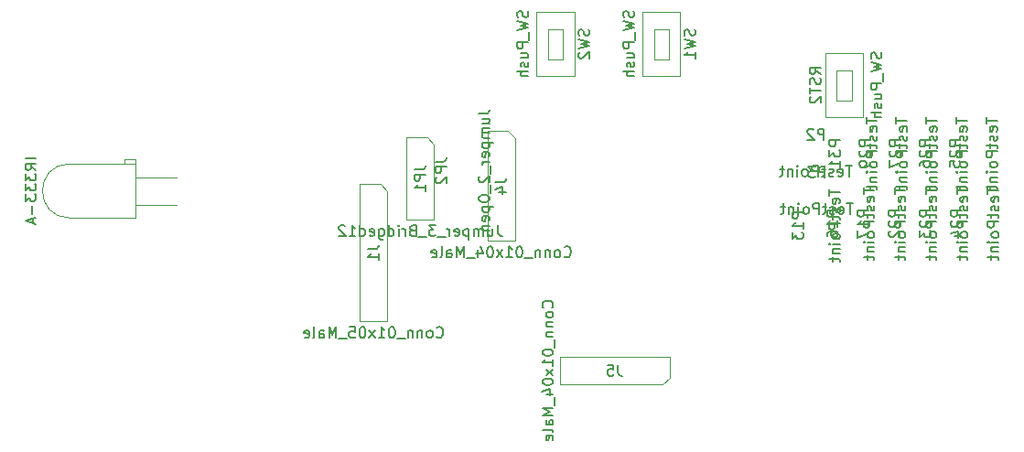
<source format=gbr>
%TF.GenerationSoftware,KiCad,Pcbnew,7.0.1*%
%TF.CreationDate,2023-06-12T22:14:20+07:00*%
%TF.ProjectId,Air Conditioner Energy Saver V7,41697220-436f-46e6-9469-74696f6e6572,rev?*%
%TF.SameCoordinates,Original*%
%TF.FileFunction,AssemblyDrawing,Bot*%
%FSLAX46Y46*%
G04 Gerber Fmt 4.6, Leading zero omitted, Abs format (unit mm)*
G04 Created by KiCad (PCBNEW 7.0.1) date 2023-06-12 22:14:20*
%MOMM*%
%LPD*%
G01*
G04 APERTURE LIST*
%ADD10C,0.150000*%
%ADD11C,0.100000*%
G04 APERTURE END LIST*
D10*
%TO.C,P17*%
X167687619Y-92166666D02*
X167687619Y-92738094D01*
X168687619Y-92452380D02*
X167687619Y-92452380D01*
X168640000Y-93452380D02*
X168687619Y-93357142D01*
X168687619Y-93357142D02*
X168687619Y-93166666D01*
X168687619Y-93166666D02*
X168640000Y-93071428D01*
X168640000Y-93071428D02*
X168544761Y-93023809D01*
X168544761Y-93023809D02*
X168163809Y-93023809D01*
X168163809Y-93023809D02*
X168068571Y-93071428D01*
X168068571Y-93071428D02*
X168020952Y-93166666D01*
X168020952Y-93166666D02*
X168020952Y-93357142D01*
X168020952Y-93357142D02*
X168068571Y-93452380D01*
X168068571Y-93452380D02*
X168163809Y-93499999D01*
X168163809Y-93499999D02*
X168259047Y-93499999D01*
X168259047Y-93499999D02*
X168354285Y-93023809D01*
X168640000Y-93880952D02*
X168687619Y-93976190D01*
X168687619Y-93976190D02*
X168687619Y-94166666D01*
X168687619Y-94166666D02*
X168640000Y-94261904D01*
X168640000Y-94261904D02*
X168544761Y-94309523D01*
X168544761Y-94309523D02*
X168497142Y-94309523D01*
X168497142Y-94309523D02*
X168401904Y-94261904D01*
X168401904Y-94261904D02*
X168354285Y-94166666D01*
X168354285Y-94166666D02*
X168354285Y-94023809D01*
X168354285Y-94023809D02*
X168306666Y-93928571D01*
X168306666Y-93928571D02*
X168211428Y-93880952D01*
X168211428Y-93880952D02*
X168163809Y-93880952D01*
X168163809Y-93880952D02*
X168068571Y-93928571D01*
X168068571Y-93928571D02*
X168020952Y-94023809D01*
X168020952Y-94023809D02*
X168020952Y-94166666D01*
X168020952Y-94166666D02*
X168068571Y-94261904D01*
X168020952Y-94595238D02*
X168020952Y-94976190D01*
X167687619Y-94738095D02*
X168544761Y-94738095D01*
X168544761Y-94738095D02*
X168640000Y-94785714D01*
X168640000Y-94785714D02*
X168687619Y-94880952D01*
X168687619Y-94880952D02*
X168687619Y-94976190D01*
X168687619Y-95309524D02*
X167687619Y-95309524D01*
X167687619Y-95309524D02*
X167687619Y-95690476D01*
X167687619Y-95690476D02*
X167735238Y-95785714D01*
X167735238Y-95785714D02*
X167782857Y-95833333D01*
X167782857Y-95833333D02*
X167878095Y-95880952D01*
X167878095Y-95880952D02*
X168020952Y-95880952D01*
X168020952Y-95880952D02*
X168116190Y-95833333D01*
X168116190Y-95833333D02*
X168163809Y-95785714D01*
X168163809Y-95785714D02*
X168211428Y-95690476D01*
X168211428Y-95690476D02*
X168211428Y-95309524D01*
X168687619Y-96452381D02*
X168640000Y-96357143D01*
X168640000Y-96357143D02*
X168592380Y-96309524D01*
X168592380Y-96309524D02*
X168497142Y-96261905D01*
X168497142Y-96261905D02*
X168211428Y-96261905D01*
X168211428Y-96261905D02*
X168116190Y-96309524D01*
X168116190Y-96309524D02*
X168068571Y-96357143D01*
X168068571Y-96357143D02*
X168020952Y-96452381D01*
X168020952Y-96452381D02*
X168020952Y-96595238D01*
X168020952Y-96595238D02*
X168068571Y-96690476D01*
X168068571Y-96690476D02*
X168116190Y-96738095D01*
X168116190Y-96738095D02*
X168211428Y-96785714D01*
X168211428Y-96785714D02*
X168497142Y-96785714D01*
X168497142Y-96785714D02*
X168592380Y-96738095D01*
X168592380Y-96738095D02*
X168640000Y-96690476D01*
X168640000Y-96690476D02*
X168687619Y-96595238D01*
X168687619Y-96595238D02*
X168687619Y-96452381D01*
X168687619Y-97214286D02*
X168020952Y-97214286D01*
X167687619Y-97214286D02*
X167735238Y-97166667D01*
X167735238Y-97166667D02*
X167782857Y-97214286D01*
X167782857Y-97214286D02*
X167735238Y-97261905D01*
X167735238Y-97261905D02*
X167687619Y-97214286D01*
X167687619Y-97214286D02*
X167782857Y-97214286D01*
X168020952Y-97690476D02*
X168687619Y-97690476D01*
X168116190Y-97690476D02*
X168068571Y-97738095D01*
X168068571Y-97738095D02*
X168020952Y-97833333D01*
X168020952Y-97833333D02*
X168020952Y-97976190D01*
X168020952Y-97976190D02*
X168068571Y-98071428D01*
X168068571Y-98071428D02*
X168163809Y-98119047D01*
X168163809Y-98119047D02*
X168687619Y-98119047D01*
X168020952Y-98452381D02*
X168020952Y-98833333D01*
X167687619Y-98595238D02*
X168544761Y-98595238D01*
X168544761Y-98595238D02*
X168640000Y-98642857D01*
X168640000Y-98642857D02*
X168687619Y-98738095D01*
X168687619Y-98738095D02*
X168687619Y-98833333D01*
X165287619Y-94285714D02*
X164287619Y-94285714D01*
X164287619Y-94285714D02*
X164287619Y-94666666D01*
X164287619Y-94666666D02*
X164335238Y-94761904D01*
X164335238Y-94761904D02*
X164382857Y-94809523D01*
X164382857Y-94809523D02*
X164478095Y-94857142D01*
X164478095Y-94857142D02*
X164620952Y-94857142D01*
X164620952Y-94857142D02*
X164716190Y-94809523D01*
X164716190Y-94809523D02*
X164763809Y-94761904D01*
X164763809Y-94761904D02*
X164811428Y-94666666D01*
X164811428Y-94666666D02*
X164811428Y-94285714D01*
X165287619Y-95809523D02*
X165287619Y-95238095D01*
X165287619Y-95523809D02*
X164287619Y-95523809D01*
X164287619Y-95523809D02*
X164430476Y-95428571D01*
X164430476Y-95428571D02*
X164525714Y-95333333D01*
X164525714Y-95333333D02*
X164573333Y-95238095D01*
X164287619Y-96142857D02*
X164287619Y-96809523D01*
X164287619Y-96809523D02*
X165287619Y-96380952D01*
%TO.C,SW1*%
X143528000Y-75819381D02*
X143575619Y-75962238D01*
X143575619Y-75962238D02*
X143575619Y-76200333D01*
X143575619Y-76200333D02*
X143528000Y-76295571D01*
X143528000Y-76295571D02*
X143480380Y-76343190D01*
X143480380Y-76343190D02*
X143385142Y-76390809D01*
X143385142Y-76390809D02*
X143289904Y-76390809D01*
X143289904Y-76390809D02*
X143194666Y-76343190D01*
X143194666Y-76343190D02*
X143147047Y-76295571D01*
X143147047Y-76295571D02*
X143099428Y-76200333D01*
X143099428Y-76200333D02*
X143051809Y-76009857D01*
X143051809Y-76009857D02*
X143004190Y-75914619D01*
X143004190Y-75914619D02*
X142956571Y-75867000D01*
X142956571Y-75867000D02*
X142861333Y-75819381D01*
X142861333Y-75819381D02*
X142766095Y-75819381D01*
X142766095Y-75819381D02*
X142670857Y-75867000D01*
X142670857Y-75867000D02*
X142623238Y-75914619D01*
X142623238Y-75914619D02*
X142575619Y-76009857D01*
X142575619Y-76009857D02*
X142575619Y-76247952D01*
X142575619Y-76247952D02*
X142623238Y-76390809D01*
X142575619Y-76724143D02*
X143575619Y-76962238D01*
X143575619Y-76962238D02*
X142861333Y-77152714D01*
X142861333Y-77152714D02*
X143575619Y-77343190D01*
X143575619Y-77343190D02*
X142575619Y-77581286D01*
X143670857Y-77724143D02*
X143670857Y-78486047D01*
X143575619Y-78724143D02*
X142575619Y-78724143D01*
X142575619Y-78724143D02*
X142575619Y-79105095D01*
X142575619Y-79105095D02*
X142623238Y-79200333D01*
X142623238Y-79200333D02*
X142670857Y-79247952D01*
X142670857Y-79247952D02*
X142766095Y-79295571D01*
X142766095Y-79295571D02*
X142908952Y-79295571D01*
X142908952Y-79295571D02*
X143004190Y-79247952D01*
X143004190Y-79247952D02*
X143051809Y-79200333D01*
X143051809Y-79200333D02*
X143099428Y-79105095D01*
X143099428Y-79105095D02*
X143099428Y-78724143D01*
X142908952Y-80152714D02*
X143575619Y-80152714D01*
X142908952Y-79724143D02*
X143432761Y-79724143D01*
X143432761Y-79724143D02*
X143528000Y-79771762D01*
X143528000Y-79771762D02*
X143575619Y-79867000D01*
X143575619Y-79867000D02*
X143575619Y-80009857D01*
X143575619Y-80009857D02*
X143528000Y-80105095D01*
X143528000Y-80105095D02*
X143480380Y-80152714D01*
X143528000Y-80581286D02*
X143575619Y-80676524D01*
X143575619Y-80676524D02*
X143575619Y-80867000D01*
X143575619Y-80867000D02*
X143528000Y-80962238D01*
X143528000Y-80962238D02*
X143432761Y-81009857D01*
X143432761Y-81009857D02*
X143385142Y-81009857D01*
X143385142Y-81009857D02*
X143289904Y-80962238D01*
X143289904Y-80962238D02*
X143242285Y-80867000D01*
X143242285Y-80867000D02*
X143242285Y-80724143D01*
X143242285Y-80724143D02*
X143194666Y-80628905D01*
X143194666Y-80628905D02*
X143099428Y-80581286D01*
X143099428Y-80581286D02*
X143051809Y-80581286D01*
X143051809Y-80581286D02*
X142956571Y-80628905D01*
X142956571Y-80628905D02*
X142908952Y-80724143D01*
X142908952Y-80724143D02*
X142908952Y-80867000D01*
X142908952Y-80867000D02*
X142956571Y-80962238D01*
X143575619Y-81438429D02*
X142575619Y-81438429D01*
X143575619Y-81867000D02*
X143051809Y-81867000D01*
X143051809Y-81867000D02*
X142956571Y-81819381D01*
X142956571Y-81819381D02*
X142908952Y-81724143D01*
X142908952Y-81724143D02*
X142908952Y-81581286D01*
X142908952Y-81581286D02*
X142956571Y-81486048D01*
X142956571Y-81486048D02*
X143004190Y-81438429D01*
X149178000Y-77533667D02*
X149225619Y-77676524D01*
X149225619Y-77676524D02*
X149225619Y-77914619D01*
X149225619Y-77914619D02*
X149178000Y-78009857D01*
X149178000Y-78009857D02*
X149130380Y-78057476D01*
X149130380Y-78057476D02*
X149035142Y-78105095D01*
X149035142Y-78105095D02*
X148939904Y-78105095D01*
X148939904Y-78105095D02*
X148844666Y-78057476D01*
X148844666Y-78057476D02*
X148797047Y-78009857D01*
X148797047Y-78009857D02*
X148749428Y-77914619D01*
X148749428Y-77914619D02*
X148701809Y-77724143D01*
X148701809Y-77724143D02*
X148654190Y-77628905D01*
X148654190Y-77628905D02*
X148606571Y-77581286D01*
X148606571Y-77581286D02*
X148511333Y-77533667D01*
X148511333Y-77533667D02*
X148416095Y-77533667D01*
X148416095Y-77533667D02*
X148320857Y-77581286D01*
X148320857Y-77581286D02*
X148273238Y-77628905D01*
X148273238Y-77628905D02*
X148225619Y-77724143D01*
X148225619Y-77724143D02*
X148225619Y-77962238D01*
X148225619Y-77962238D02*
X148273238Y-78105095D01*
X148225619Y-78438429D02*
X149225619Y-78676524D01*
X149225619Y-78676524D02*
X148511333Y-78867000D01*
X148511333Y-78867000D02*
X149225619Y-79057476D01*
X149225619Y-79057476D02*
X148225619Y-79295572D01*
X149225619Y-80200333D02*
X149225619Y-79628905D01*
X149225619Y-79914619D02*
X148225619Y-79914619D01*
X148225619Y-79914619D02*
X148368476Y-79819381D01*
X148368476Y-79819381D02*
X148463714Y-79724143D01*
X148463714Y-79724143D02*
X148511333Y-79628905D01*
%TO.C,P31*%
X165062619Y-85666666D02*
X165062619Y-86238094D01*
X166062619Y-85952380D02*
X165062619Y-85952380D01*
X166015000Y-86952380D02*
X166062619Y-86857142D01*
X166062619Y-86857142D02*
X166062619Y-86666666D01*
X166062619Y-86666666D02*
X166015000Y-86571428D01*
X166015000Y-86571428D02*
X165919761Y-86523809D01*
X165919761Y-86523809D02*
X165538809Y-86523809D01*
X165538809Y-86523809D02*
X165443571Y-86571428D01*
X165443571Y-86571428D02*
X165395952Y-86666666D01*
X165395952Y-86666666D02*
X165395952Y-86857142D01*
X165395952Y-86857142D02*
X165443571Y-86952380D01*
X165443571Y-86952380D02*
X165538809Y-86999999D01*
X165538809Y-86999999D02*
X165634047Y-86999999D01*
X165634047Y-86999999D02*
X165729285Y-86523809D01*
X166015000Y-87380952D02*
X166062619Y-87476190D01*
X166062619Y-87476190D02*
X166062619Y-87666666D01*
X166062619Y-87666666D02*
X166015000Y-87761904D01*
X166015000Y-87761904D02*
X165919761Y-87809523D01*
X165919761Y-87809523D02*
X165872142Y-87809523D01*
X165872142Y-87809523D02*
X165776904Y-87761904D01*
X165776904Y-87761904D02*
X165729285Y-87666666D01*
X165729285Y-87666666D02*
X165729285Y-87523809D01*
X165729285Y-87523809D02*
X165681666Y-87428571D01*
X165681666Y-87428571D02*
X165586428Y-87380952D01*
X165586428Y-87380952D02*
X165538809Y-87380952D01*
X165538809Y-87380952D02*
X165443571Y-87428571D01*
X165443571Y-87428571D02*
X165395952Y-87523809D01*
X165395952Y-87523809D02*
X165395952Y-87666666D01*
X165395952Y-87666666D02*
X165443571Y-87761904D01*
X165395952Y-88095238D02*
X165395952Y-88476190D01*
X165062619Y-88238095D02*
X165919761Y-88238095D01*
X165919761Y-88238095D02*
X166015000Y-88285714D01*
X166015000Y-88285714D02*
X166062619Y-88380952D01*
X166062619Y-88380952D02*
X166062619Y-88476190D01*
X166062619Y-88809524D02*
X165062619Y-88809524D01*
X165062619Y-88809524D02*
X165062619Y-89190476D01*
X165062619Y-89190476D02*
X165110238Y-89285714D01*
X165110238Y-89285714D02*
X165157857Y-89333333D01*
X165157857Y-89333333D02*
X165253095Y-89380952D01*
X165253095Y-89380952D02*
X165395952Y-89380952D01*
X165395952Y-89380952D02*
X165491190Y-89333333D01*
X165491190Y-89333333D02*
X165538809Y-89285714D01*
X165538809Y-89285714D02*
X165586428Y-89190476D01*
X165586428Y-89190476D02*
X165586428Y-88809524D01*
X166062619Y-89952381D02*
X166015000Y-89857143D01*
X166015000Y-89857143D02*
X165967380Y-89809524D01*
X165967380Y-89809524D02*
X165872142Y-89761905D01*
X165872142Y-89761905D02*
X165586428Y-89761905D01*
X165586428Y-89761905D02*
X165491190Y-89809524D01*
X165491190Y-89809524D02*
X165443571Y-89857143D01*
X165443571Y-89857143D02*
X165395952Y-89952381D01*
X165395952Y-89952381D02*
X165395952Y-90095238D01*
X165395952Y-90095238D02*
X165443571Y-90190476D01*
X165443571Y-90190476D02*
X165491190Y-90238095D01*
X165491190Y-90238095D02*
X165586428Y-90285714D01*
X165586428Y-90285714D02*
X165872142Y-90285714D01*
X165872142Y-90285714D02*
X165967380Y-90238095D01*
X165967380Y-90238095D02*
X166015000Y-90190476D01*
X166015000Y-90190476D02*
X166062619Y-90095238D01*
X166062619Y-90095238D02*
X166062619Y-89952381D01*
X166062619Y-90714286D02*
X165395952Y-90714286D01*
X165062619Y-90714286D02*
X165110238Y-90666667D01*
X165110238Y-90666667D02*
X165157857Y-90714286D01*
X165157857Y-90714286D02*
X165110238Y-90761905D01*
X165110238Y-90761905D02*
X165062619Y-90714286D01*
X165062619Y-90714286D02*
X165157857Y-90714286D01*
X165395952Y-91190476D02*
X166062619Y-91190476D01*
X165491190Y-91190476D02*
X165443571Y-91238095D01*
X165443571Y-91238095D02*
X165395952Y-91333333D01*
X165395952Y-91333333D02*
X165395952Y-91476190D01*
X165395952Y-91476190D02*
X165443571Y-91571428D01*
X165443571Y-91571428D02*
X165538809Y-91619047D01*
X165538809Y-91619047D02*
X166062619Y-91619047D01*
X165395952Y-91952381D02*
X165395952Y-92333333D01*
X165062619Y-92095238D02*
X165919761Y-92095238D01*
X165919761Y-92095238D02*
X166015000Y-92142857D01*
X166015000Y-92142857D02*
X166062619Y-92238095D01*
X166062619Y-92238095D02*
X166062619Y-92333333D01*
X162662619Y-87785714D02*
X161662619Y-87785714D01*
X161662619Y-87785714D02*
X161662619Y-88166666D01*
X161662619Y-88166666D02*
X161710238Y-88261904D01*
X161710238Y-88261904D02*
X161757857Y-88309523D01*
X161757857Y-88309523D02*
X161853095Y-88357142D01*
X161853095Y-88357142D02*
X161995952Y-88357142D01*
X161995952Y-88357142D02*
X162091190Y-88309523D01*
X162091190Y-88309523D02*
X162138809Y-88261904D01*
X162138809Y-88261904D02*
X162186428Y-88166666D01*
X162186428Y-88166666D02*
X162186428Y-87785714D01*
X161662619Y-88690476D02*
X161662619Y-89309523D01*
X161662619Y-89309523D02*
X162043571Y-88976190D01*
X162043571Y-88976190D02*
X162043571Y-89119047D01*
X162043571Y-89119047D02*
X162091190Y-89214285D01*
X162091190Y-89214285D02*
X162138809Y-89261904D01*
X162138809Y-89261904D02*
X162234047Y-89309523D01*
X162234047Y-89309523D02*
X162472142Y-89309523D01*
X162472142Y-89309523D02*
X162567380Y-89261904D01*
X162567380Y-89261904D02*
X162615000Y-89214285D01*
X162615000Y-89214285D02*
X162662619Y-89119047D01*
X162662619Y-89119047D02*
X162662619Y-88833333D01*
X162662619Y-88833333D02*
X162615000Y-88738095D01*
X162615000Y-88738095D02*
X162567380Y-88690476D01*
X162662619Y-90261904D02*
X162662619Y-89690476D01*
X162662619Y-89976190D02*
X161662619Y-89976190D01*
X161662619Y-89976190D02*
X161805476Y-89880952D01*
X161805476Y-89880952D02*
X161900714Y-89785714D01*
X161900714Y-89785714D02*
X161948333Y-89690476D01*
%TO.C,JP1*%
X130983476Y-95645619D02*
X130983476Y-96359904D01*
X130983476Y-96359904D02*
X131031095Y-96502761D01*
X131031095Y-96502761D02*
X131126333Y-96598000D01*
X131126333Y-96598000D02*
X131269190Y-96645619D01*
X131269190Y-96645619D02*
X131364428Y-96645619D01*
X130078714Y-95978952D02*
X130078714Y-96645619D01*
X130507285Y-95978952D02*
X130507285Y-96502761D01*
X130507285Y-96502761D02*
X130459666Y-96598000D01*
X130459666Y-96598000D02*
X130364428Y-96645619D01*
X130364428Y-96645619D02*
X130221571Y-96645619D01*
X130221571Y-96645619D02*
X130126333Y-96598000D01*
X130126333Y-96598000D02*
X130078714Y-96550380D01*
X129602523Y-96645619D02*
X129602523Y-95978952D01*
X129602523Y-96074190D02*
X129554904Y-96026571D01*
X129554904Y-96026571D02*
X129459666Y-95978952D01*
X129459666Y-95978952D02*
X129316809Y-95978952D01*
X129316809Y-95978952D02*
X129221571Y-96026571D01*
X129221571Y-96026571D02*
X129173952Y-96121809D01*
X129173952Y-96121809D02*
X129173952Y-96645619D01*
X129173952Y-96121809D02*
X129126333Y-96026571D01*
X129126333Y-96026571D02*
X129031095Y-95978952D01*
X129031095Y-95978952D02*
X128888238Y-95978952D01*
X128888238Y-95978952D02*
X128792999Y-96026571D01*
X128792999Y-96026571D02*
X128745380Y-96121809D01*
X128745380Y-96121809D02*
X128745380Y-96645619D01*
X128269190Y-95978952D02*
X128269190Y-96978952D01*
X128269190Y-96026571D02*
X128173952Y-95978952D01*
X128173952Y-95978952D02*
X127983476Y-95978952D01*
X127983476Y-95978952D02*
X127888238Y-96026571D01*
X127888238Y-96026571D02*
X127840619Y-96074190D01*
X127840619Y-96074190D02*
X127793000Y-96169428D01*
X127793000Y-96169428D02*
X127793000Y-96455142D01*
X127793000Y-96455142D02*
X127840619Y-96550380D01*
X127840619Y-96550380D02*
X127888238Y-96598000D01*
X127888238Y-96598000D02*
X127983476Y-96645619D01*
X127983476Y-96645619D02*
X128173952Y-96645619D01*
X128173952Y-96645619D02*
X128269190Y-96598000D01*
X126983476Y-96598000D02*
X127078714Y-96645619D01*
X127078714Y-96645619D02*
X127269190Y-96645619D01*
X127269190Y-96645619D02*
X127364428Y-96598000D01*
X127364428Y-96598000D02*
X127412047Y-96502761D01*
X127412047Y-96502761D02*
X127412047Y-96121809D01*
X127412047Y-96121809D02*
X127364428Y-96026571D01*
X127364428Y-96026571D02*
X127269190Y-95978952D01*
X127269190Y-95978952D02*
X127078714Y-95978952D01*
X127078714Y-95978952D02*
X126983476Y-96026571D01*
X126983476Y-96026571D02*
X126935857Y-96121809D01*
X126935857Y-96121809D02*
X126935857Y-96217047D01*
X126935857Y-96217047D02*
X127412047Y-96312285D01*
X126507285Y-96645619D02*
X126507285Y-95978952D01*
X126507285Y-96169428D02*
X126459666Y-96074190D01*
X126459666Y-96074190D02*
X126412047Y-96026571D01*
X126412047Y-96026571D02*
X126316809Y-95978952D01*
X126316809Y-95978952D02*
X126221571Y-95978952D01*
X126126333Y-96740857D02*
X125364428Y-96740857D01*
X125221570Y-95645619D02*
X124602523Y-95645619D01*
X124602523Y-95645619D02*
X124935856Y-96026571D01*
X124935856Y-96026571D02*
X124792999Y-96026571D01*
X124792999Y-96026571D02*
X124697761Y-96074190D01*
X124697761Y-96074190D02*
X124650142Y-96121809D01*
X124650142Y-96121809D02*
X124602523Y-96217047D01*
X124602523Y-96217047D02*
X124602523Y-96455142D01*
X124602523Y-96455142D02*
X124650142Y-96550380D01*
X124650142Y-96550380D02*
X124697761Y-96598000D01*
X124697761Y-96598000D02*
X124792999Y-96645619D01*
X124792999Y-96645619D02*
X125078713Y-96645619D01*
X125078713Y-96645619D02*
X125173951Y-96598000D01*
X125173951Y-96598000D02*
X125221570Y-96550380D01*
X124412047Y-96740857D02*
X123650142Y-96740857D01*
X123078713Y-96121809D02*
X122935856Y-96169428D01*
X122935856Y-96169428D02*
X122888237Y-96217047D01*
X122888237Y-96217047D02*
X122840618Y-96312285D01*
X122840618Y-96312285D02*
X122840618Y-96455142D01*
X122840618Y-96455142D02*
X122888237Y-96550380D01*
X122888237Y-96550380D02*
X122935856Y-96598000D01*
X122935856Y-96598000D02*
X123031094Y-96645619D01*
X123031094Y-96645619D02*
X123412046Y-96645619D01*
X123412046Y-96645619D02*
X123412046Y-95645619D01*
X123412046Y-95645619D02*
X123078713Y-95645619D01*
X123078713Y-95645619D02*
X122983475Y-95693238D01*
X122983475Y-95693238D02*
X122935856Y-95740857D01*
X122935856Y-95740857D02*
X122888237Y-95836095D01*
X122888237Y-95836095D02*
X122888237Y-95931333D01*
X122888237Y-95931333D02*
X122935856Y-96026571D01*
X122935856Y-96026571D02*
X122983475Y-96074190D01*
X122983475Y-96074190D02*
X123078713Y-96121809D01*
X123078713Y-96121809D02*
X123412046Y-96121809D01*
X122412046Y-96645619D02*
X122412046Y-95978952D01*
X122412046Y-96169428D02*
X122364427Y-96074190D01*
X122364427Y-96074190D02*
X122316808Y-96026571D01*
X122316808Y-96026571D02*
X122221570Y-95978952D01*
X122221570Y-95978952D02*
X122126332Y-95978952D01*
X121792998Y-96645619D02*
X121792998Y-95978952D01*
X121792998Y-95645619D02*
X121840617Y-95693238D01*
X121840617Y-95693238D02*
X121792998Y-95740857D01*
X121792998Y-95740857D02*
X121745379Y-95693238D01*
X121745379Y-95693238D02*
X121792998Y-95645619D01*
X121792998Y-95645619D02*
X121792998Y-95740857D01*
X120888237Y-96645619D02*
X120888237Y-95645619D01*
X120888237Y-96598000D02*
X120983475Y-96645619D01*
X120983475Y-96645619D02*
X121173951Y-96645619D01*
X121173951Y-96645619D02*
X121269189Y-96598000D01*
X121269189Y-96598000D02*
X121316808Y-96550380D01*
X121316808Y-96550380D02*
X121364427Y-96455142D01*
X121364427Y-96455142D02*
X121364427Y-96169428D01*
X121364427Y-96169428D02*
X121316808Y-96074190D01*
X121316808Y-96074190D02*
X121269189Y-96026571D01*
X121269189Y-96026571D02*
X121173951Y-95978952D01*
X121173951Y-95978952D02*
X120983475Y-95978952D01*
X120983475Y-95978952D02*
X120888237Y-96026571D01*
X119983475Y-95978952D02*
X119983475Y-96788476D01*
X119983475Y-96788476D02*
X120031094Y-96883714D01*
X120031094Y-96883714D02*
X120078713Y-96931333D01*
X120078713Y-96931333D02*
X120173951Y-96978952D01*
X120173951Y-96978952D02*
X120316808Y-96978952D01*
X120316808Y-96978952D02*
X120412046Y-96931333D01*
X119983475Y-96598000D02*
X120078713Y-96645619D01*
X120078713Y-96645619D02*
X120269189Y-96645619D01*
X120269189Y-96645619D02*
X120364427Y-96598000D01*
X120364427Y-96598000D02*
X120412046Y-96550380D01*
X120412046Y-96550380D02*
X120459665Y-96455142D01*
X120459665Y-96455142D02*
X120459665Y-96169428D01*
X120459665Y-96169428D02*
X120412046Y-96074190D01*
X120412046Y-96074190D02*
X120364427Y-96026571D01*
X120364427Y-96026571D02*
X120269189Y-95978952D01*
X120269189Y-95978952D02*
X120078713Y-95978952D01*
X120078713Y-95978952D02*
X119983475Y-96026571D01*
X119126332Y-96598000D02*
X119221570Y-96645619D01*
X119221570Y-96645619D02*
X119412046Y-96645619D01*
X119412046Y-96645619D02*
X119507284Y-96598000D01*
X119507284Y-96598000D02*
X119554903Y-96502761D01*
X119554903Y-96502761D02*
X119554903Y-96121809D01*
X119554903Y-96121809D02*
X119507284Y-96026571D01*
X119507284Y-96026571D02*
X119412046Y-95978952D01*
X119412046Y-95978952D02*
X119221570Y-95978952D01*
X119221570Y-95978952D02*
X119126332Y-96026571D01*
X119126332Y-96026571D02*
X119078713Y-96121809D01*
X119078713Y-96121809D02*
X119078713Y-96217047D01*
X119078713Y-96217047D02*
X119554903Y-96312285D01*
X118221570Y-96645619D02*
X118221570Y-95645619D01*
X118221570Y-96598000D02*
X118316808Y-96645619D01*
X118316808Y-96645619D02*
X118507284Y-96645619D01*
X118507284Y-96645619D02*
X118602522Y-96598000D01*
X118602522Y-96598000D02*
X118650141Y-96550380D01*
X118650141Y-96550380D02*
X118697760Y-96455142D01*
X118697760Y-96455142D02*
X118697760Y-96169428D01*
X118697760Y-96169428D02*
X118650141Y-96074190D01*
X118650141Y-96074190D02*
X118602522Y-96026571D01*
X118602522Y-96026571D02*
X118507284Y-95978952D01*
X118507284Y-95978952D02*
X118316808Y-95978952D01*
X118316808Y-95978952D02*
X118221570Y-96026571D01*
X117221570Y-96645619D02*
X117792998Y-96645619D01*
X117507284Y-96645619D02*
X117507284Y-95645619D01*
X117507284Y-95645619D02*
X117602522Y-95788476D01*
X117602522Y-95788476D02*
X117697760Y-95883714D01*
X117697760Y-95883714D02*
X117792998Y-95931333D01*
X116840617Y-95740857D02*
X116792998Y-95693238D01*
X116792998Y-95693238D02*
X116697760Y-95645619D01*
X116697760Y-95645619D02*
X116459665Y-95645619D01*
X116459665Y-95645619D02*
X116364427Y-95693238D01*
X116364427Y-95693238D02*
X116316808Y-95740857D01*
X116316808Y-95740857D02*
X116269189Y-95836095D01*
X116269189Y-95836095D02*
X116269189Y-95931333D01*
X116269189Y-95931333D02*
X116316808Y-96074190D01*
X116316808Y-96074190D02*
X116888236Y-96645619D01*
X116888236Y-96645619D02*
X116269189Y-96645619D01*
X123255619Y-90479666D02*
X123969904Y-90479666D01*
X123969904Y-90479666D02*
X124112761Y-90432047D01*
X124112761Y-90432047D02*
X124208000Y-90336809D01*
X124208000Y-90336809D02*
X124255619Y-90193952D01*
X124255619Y-90193952D02*
X124255619Y-90098714D01*
X124255619Y-90955857D02*
X123255619Y-90955857D01*
X123255619Y-90955857D02*
X123255619Y-91336809D01*
X123255619Y-91336809D02*
X123303238Y-91432047D01*
X123303238Y-91432047D02*
X123350857Y-91479666D01*
X123350857Y-91479666D02*
X123446095Y-91527285D01*
X123446095Y-91527285D02*
X123588952Y-91527285D01*
X123588952Y-91527285D02*
X123684190Y-91479666D01*
X123684190Y-91479666D02*
X123731809Y-91432047D01*
X123731809Y-91432047D02*
X123779428Y-91336809D01*
X123779428Y-91336809D02*
X123779428Y-90955857D01*
X124255619Y-92479666D02*
X124255619Y-91908238D01*
X124255619Y-92193952D02*
X123255619Y-92193952D01*
X123255619Y-92193952D02*
X123398476Y-92098714D01*
X123398476Y-92098714D02*
X123493714Y-92003476D01*
X123493714Y-92003476D02*
X123541333Y-91908238D01*
%TO.C,P26*%
X173387619Y-85666666D02*
X173387619Y-86238094D01*
X174387619Y-85952380D02*
X173387619Y-85952380D01*
X174340000Y-86952380D02*
X174387619Y-86857142D01*
X174387619Y-86857142D02*
X174387619Y-86666666D01*
X174387619Y-86666666D02*
X174340000Y-86571428D01*
X174340000Y-86571428D02*
X174244761Y-86523809D01*
X174244761Y-86523809D02*
X173863809Y-86523809D01*
X173863809Y-86523809D02*
X173768571Y-86571428D01*
X173768571Y-86571428D02*
X173720952Y-86666666D01*
X173720952Y-86666666D02*
X173720952Y-86857142D01*
X173720952Y-86857142D02*
X173768571Y-86952380D01*
X173768571Y-86952380D02*
X173863809Y-86999999D01*
X173863809Y-86999999D02*
X173959047Y-86999999D01*
X173959047Y-86999999D02*
X174054285Y-86523809D01*
X174340000Y-87380952D02*
X174387619Y-87476190D01*
X174387619Y-87476190D02*
X174387619Y-87666666D01*
X174387619Y-87666666D02*
X174340000Y-87761904D01*
X174340000Y-87761904D02*
X174244761Y-87809523D01*
X174244761Y-87809523D02*
X174197142Y-87809523D01*
X174197142Y-87809523D02*
X174101904Y-87761904D01*
X174101904Y-87761904D02*
X174054285Y-87666666D01*
X174054285Y-87666666D02*
X174054285Y-87523809D01*
X174054285Y-87523809D02*
X174006666Y-87428571D01*
X174006666Y-87428571D02*
X173911428Y-87380952D01*
X173911428Y-87380952D02*
X173863809Y-87380952D01*
X173863809Y-87380952D02*
X173768571Y-87428571D01*
X173768571Y-87428571D02*
X173720952Y-87523809D01*
X173720952Y-87523809D02*
X173720952Y-87666666D01*
X173720952Y-87666666D02*
X173768571Y-87761904D01*
X173720952Y-88095238D02*
X173720952Y-88476190D01*
X173387619Y-88238095D02*
X174244761Y-88238095D01*
X174244761Y-88238095D02*
X174340000Y-88285714D01*
X174340000Y-88285714D02*
X174387619Y-88380952D01*
X174387619Y-88380952D02*
X174387619Y-88476190D01*
X174387619Y-88809524D02*
X173387619Y-88809524D01*
X173387619Y-88809524D02*
X173387619Y-89190476D01*
X173387619Y-89190476D02*
X173435238Y-89285714D01*
X173435238Y-89285714D02*
X173482857Y-89333333D01*
X173482857Y-89333333D02*
X173578095Y-89380952D01*
X173578095Y-89380952D02*
X173720952Y-89380952D01*
X173720952Y-89380952D02*
X173816190Y-89333333D01*
X173816190Y-89333333D02*
X173863809Y-89285714D01*
X173863809Y-89285714D02*
X173911428Y-89190476D01*
X173911428Y-89190476D02*
X173911428Y-88809524D01*
X174387619Y-89952381D02*
X174340000Y-89857143D01*
X174340000Y-89857143D02*
X174292380Y-89809524D01*
X174292380Y-89809524D02*
X174197142Y-89761905D01*
X174197142Y-89761905D02*
X173911428Y-89761905D01*
X173911428Y-89761905D02*
X173816190Y-89809524D01*
X173816190Y-89809524D02*
X173768571Y-89857143D01*
X173768571Y-89857143D02*
X173720952Y-89952381D01*
X173720952Y-89952381D02*
X173720952Y-90095238D01*
X173720952Y-90095238D02*
X173768571Y-90190476D01*
X173768571Y-90190476D02*
X173816190Y-90238095D01*
X173816190Y-90238095D02*
X173911428Y-90285714D01*
X173911428Y-90285714D02*
X174197142Y-90285714D01*
X174197142Y-90285714D02*
X174292380Y-90238095D01*
X174292380Y-90238095D02*
X174340000Y-90190476D01*
X174340000Y-90190476D02*
X174387619Y-90095238D01*
X174387619Y-90095238D02*
X174387619Y-89952381D01*
X174387619Y-90714286D02*
X173720952Y-90714286D01*
X173387619Y-90714286D02*
X173435238Y-90666667D01*
X173435238Y-90666667D02*
X173482857Y-90714286D01*
X173482857Y-90714286D02*
X173435238Y-90761905D01*
X173435238Y-90761905D02*
X173387619Y-90714286D01*
X173387619Y-90714286D02*
X173482857Y-90714286D01*
X173720952Y-91190476D02*
X174387619Y-91190476D01*
X173816190Y-91190476D02*
X173768571Y-91238095D01*
X173768571Y-91238095D02*
X173720952Y-91333333D01*
X173720952Y-91333333D02*
X173720952Y-91476190D01*
X173720952Y-91476190D02*
X173768571Y-91571428D01*
X173768571Y-91571428D02*
X173863809Y-91619047D01*
X173863809Y-91619047D02*
X174387619Y-91619047D01*
X173720952Y-91952381D02*
X173720952Y-92333333D01*
X173387619Y-92095238D02*
X174244761Y-92095238D01*
X174244761Y-92095238D02*
X174340000Y-92142857D01*
X174340000Y-92142857D02*
X174387619Y-92238095D01*
X174387619Y-92238095D02*
X174387619Y-92333333D01*
X170987619Y-87785714D02*
X169987619Y-87785714D01*
X169987619Y-87785714D02*
X169987619Y-88166666D01*
X169987619Y-88166666D02*
X170035238Y-88261904D01*
X170035238Y-88261904D02*
X170082857Y-88309523D01*
X170082857Y-88309523D02*
X170178095Y-88357142D01*
X170178095Y-88357142D02*
X170320952Y-88357142D01*
X170320952Y-88357142D02*
X170416190Y-88309523D01*
X170416190Y-88309523D02*
X170463809Y-88261904D01*
X170463809Y-88261904D02*
X170511428Y-88166666D01*
X170511428Y-88166666D02*
X170511428Y-87785714D01*
X170082857Y-88738095D02*
X170035238Y-88785714D01*
X170035238Y-88785714D02*
X169987619Y-88880952D01*
X169987619Y-88880952D02*
X169987619Y-89119047D01*
X169987619Y-89119047D02*
X170035238Y-89214285D01*
X170035238Y-89214285D02*
X170082857Y-89261904D01*
X170082857Y-89261904D02*
X170178095Y-89309523D01*
X170178095Y-89309523D02*
X170273333Y-89309523D01*
X170273333Y-89309523D02*
X170416190Y-89261904D01*
X170416190Y-89261904D02*
X170987619Y-88690476D01*
X170987619Y-88690476D02*
X170987619Y-89309523D01*
X169987619Y-90166666D02*
X169987619Y-89976190D01*
X169987619Y-89976190D02*
X170035238Y-89880952D01*
X170035238Y-89880952D02*
X170082857Y-89833333D01*
X170082857Y-89833333D02*
X170225714Y-89738095D01*
X170225714Y-89738095D02*
X170416190Y-89690476D01*
X170416190Y-89690476D02*
X170797142Y-89690476D01*
X170797142Y-89690476D02*
X170892380Y-89738095D01*
X170892380Y-89738095D02*
X170940000Y-89785714D01*
X170940000Y-89785714D02*
X170987619Y-89880952D01*
X170987619Y-89880952D02*
X170987619Y-90071428D01*
X170987619Y-90071428D02*
X170940000Y-90166666D01*
X170940000Y-90166666D02*
X170892380Y-90214285D01*
X170892380Y-90214285D02*
X170797142Y-90261904D01*
X170797142Y-90261904D02*
X170559047Y-90261904D01*
X170559047Y-90261904D02*
X170463809Y-90214285D01*
X170463809Y-90214285D02*
X170416190Y-90166666D01*
X170416190Y-90166666D02*
X170368571Y-90071428D01*
X170368571Y-90071428D02*
X170368571Y-89880952D01*
X170368571Y-89880952D02*
X170416190Y-89785714D01*
X170416190Y-89785714D02*
X170463809Y-89738095D01*
X170463809Y-89738095D02*
X170559047Y-89690476D01*
%TO.C,J4*%
X137119334Y-98503380D02*
X137166953Y-98551000D01*
X137166953Y-98551000D02*
X137309810Y-98598619D01*
X137309810Y-98598619D02*
X137405048Y-98598619D01*
X137405048Y-98598619D02*
X137547905Y-98551000D01*
X137547905Y-98551000D02*
X137643143Y-98455761D01*
X137643143Y-98455761D02*
X137690762Y-98360523D01*
X137690762Y-98360523D02*
X137738381Y-98170047D01*
X137738381Y-98170047D02*
X137738381Y-98027190D01*
X137738381Y-98027190D02*
X137690762Y-97836714D01*
X137690762Y-97836714D02*
X137643143Y-97741476D01*
X137643143Y-97741476D02*
X137547905Y-97646238D01*
X137547905Y-97646238D02*
X137405048Y-97598619D01*
X137405048Y-97598619D02*
X137309810Y-97598619D01*
X137309810Y-97598619D02*
X137166953Y-97646238D01*
X137166953Y-97646238D02*
X137119334Y-97693857D01*
X136547905Y-98598619D02*
X136643143Y-98551000D01*
X136643143Y-98551000D02*
X136690762Y-98503380D01*
X136690762Y-98503380D02*
X136738381Y-98408142D01*
X136738381Y-98408142D02*
X136738381Y-98122428D01*
X136738381Y-98122428D02*
X136690762Y-98027190D01*
X136690762Y-98027190D02*
X136643143Y-97979571D01*
X136643143Y-97979571D02*
X136547905Y-97931952D01*
X136547905Y-97931952D02*
X136405048Y-97931952D01*
X136405048Y-97931952D02*
X136309810Y-97979571D01*
X136309810Y-97979571D02*
X136262191Y-98027190D01*
X136262191Y-98027190D02*
X136214572Y-98122428D01*
X136214572Y-98122428D02*
X136214572Y-98408142D01*
X136214572Y-98408142D02*
X136262191Y-98503380D01*
X136262191Y-98503380D02*
X136309810Y-98551000D01*
X136309810Y-98551000D02*
X136405048Y-98598619D01*
X136405048Y-98598619D02*
X136547905Y-98598619D01*
X135786000Y-97931952D02*
X135786000Y-98598619D01*
X135786000Y-98027190D02*
X135738381Y-97979571D01*
X135738381Y-97979571D02*
X135643143Y-97931952D01*
X135643143Y-97931952D02*
X135500286Y-97931952D01*
X135500286Y-97931952D02*
X135405048Y-97979571D01*
X135405048Y-97979571D02*
X135357429Y-98074809D01*
X135357429Y-98074809D02*
X135357429Y-98598619D01*
X134881238Y-97931952D02*
X134881238Y-98598619D01*
X134881238Y-98027190D02*
X134833619Y-97979571D01*
X134833619Y-97979571D02*
X134738381Y-97931952D01*
X134738381Y-97931952D02*
X134595524Y-97931952D01*
X134595524Y-97931952D02*
X134500286Y-97979571D01*
X134500286Y-97979571D02*
X134452667Y-98074809D01*
X134452667Y-98074809D02*
X134452667Y-98598619D01*
X134214572Y-98693857D02*
X133452667Y-98693857D01*
X133024095Y-97598619D02*
X132928857Y-97598619D01*
X132928857Y-97598619D02*
X132833619Y-97646238D01*
X132833619Y-97646238D02*
X132786000Y-97693857D01*
X132786000Y-97693857D02*
X132738381Y-97789095D01*
X132738381Y-97789095D02*
X132690762Y-97979571D01*
X132690762Y-97979571D02*
X132690762Y-98217666D01*
X132690762Y-98217666D02*
X132738381Y-98408142D01*
X132738381Y-98408142D02*
X132786000Y-98503380D01*
X132786000Y-98503380D02*
X132833619Y-98551000D01*
X132833619Y-98551000D02*
X132928857Y-98598619D01*
X132928857Y-98598619D02*
X133024095Y-98598619D01*
X133024095Y-98598619D02*
X133119333Y-98551000D01*
X133119333Y-98551000D02*
X133166952Y-98503380D01*
X133166952Y-98503380D02*
X133214571Y-98408142D01*
X133214571Y-98408142D02*
X133262190Y-98217666D01*
X133262190Y-98217666D02*
X133262190Y-97979571D01*
X133262190Y-97979571D02*
X133214571Y-97789095D01*
X133214571Y-97789095D02*
X133166952Y-97693857D01*
X133166952Y-97693857D02*
X133119333Y-97646238D01*
X133119333Y-97646238D02*
X133024095Y-97598619D01*
X131738381Y-98598619D02*
X132309809Y-98598619D01*
X132024095Y-98598619D02*
X132024095Y-97598619D01*
X132024095Y-97598619D02*
X132119333Y-97741476D01*
X132119333Y-97741476D02*
X132214571Y-97836714D01*
X132214571Y-97836714D02*
X132309809Y-97884333D01*
X131405047Y-98598619D02*
X130881238Y-97931952D01*
X131405047Y-97931952D02*
X130881238Y-98598619D01*
X130309809Y-97598619D02*
X130214571Y-97598619D01*
X130214571Y-97598619D02*
X130119333Y-97646238D01*
X130119333Y-97646238D02*
X130071714Y-97693857D01*
X130071714Y-97693857D02*
X130024095Y-97789095D01*
X130024095Y-97789095D02*
X129976476Y-97979571D01*
X129976476Y-97979571D02*
X129976476Y-98217666D01*
X129976476Y-98217666D02*
X130024095Y-98408142D01*
X130024095Y-98408142D02*
X130071714Y-98503380D01*
X130071714Y-98503380D02*
X130119333Y-98551000D01*
X130119333Y-98551000D02*
X130214571Y-98598619D01*
X130214571Y-98598619D02*
X130309809Y-98598619D01*
X130309809Y-98598619D02*
X130405047Y-98551000D01*
X130405047Y-98551000D02*
X130452666Y-98503380D01*
X130452666Y-98503380D02*
X130500285Y-98408142D01*
X130500285Y-98408142D02*
X130547904Y-98217666D01*
X130547904Y-98217666D02*
X130547904Y-97979571D01*
X130547904Y-97979571D02*
X130500285Y-97789095D01*
X130500285Y-97789095D02*
X130452666Y-97693857D01*
X130452666Y-97693857D02*
X130405047Y-97646238D01*
X130405047Y-97646238D02*
X130309809Y-97598619D01*
X129119333Y-97931952D02*
X129119333Y-98598619D01*
X129357428Y-97551000D02*
X129595523Y-98265285D01*
X129595523Y-98265285D02*
X128976476Y-98265285D01*
X128833619Y-98693857D02*
X128071714Y-98693857D01*
X127833618Y-98598619D02*
X127833618Y-97598619D01*
X127833618Y-97598619D02*
X127500285Y-98312904D01*
X127500285Y-98312904D02*
X127166952Y-97598619D01*
X127166952Y-97598619D02*
X127166952Y-98598619D01*
X126262190Y-98598619D02*
X126262190Y-98074809D01*
X126262190Y-98074809D02*
X126309809Y-97979571D01*
X126309809Y-97979571D02*
X126405047Y-97931952D01*
X126405047Y-97931952D02*
X126595523Y-97931952D01*
X126595523Y-97931952D02*
X126690761Y-97979571D01*
X126262190Y-98551000D02*
X126357428Y-98598619D01*
X126357428Y-98598619D02*
X126595523Y-98598619D01*
X126595523Y-98598619D02*
X126690761Y-98551000D01*
X126690761Y-98551000D02*
X126738380Y-98455761D01*
X126738380Y-98455761D02*
X126738380Y-98360523D01*
X126738380Y-98360523D02*
X126690761Y-98265285D01*
X126690761Y-98265285D02*
X126595523Y-98217666D01*
X126595523Y-98217666D02*
X126357428Y-98217666D01*
X126357428Y-98217666D02*
X126262190Y-98170047D01*
X125643142Y-98598619D02*
X125738380Y-98551000D01*
X125738380Y-98551000D02*
X125785999Y-98455761D01*
X125785999Y-98455761D02*
X125785999Y-97598619D01*
X124881237Y-98551000D02*
X124976475Y-98598619D01*
X124976475Y-98598619D02*
X125166951Y-98598619D01*
X125166951Y-98598619D02*
X125262189Y-98551000D01*
X125262189Y-98551000D02*
X125309808Y-98455761D01*
X125309808Y-98455761D02*
X125309808Y-98074809D01*
X125309808Y-98074809D02*
X125262189Y-97979571D01*
X125262189Y-97979571D02*
X125166951Y-97931952D01*
X125166951Y-97931952D02*
X124976475Y-97931952D01*
X124976475Y-97931952D02*
X124881237Y-97979571D01*
X124881237Y-97979571D02*
X124833618Y-98074809D01*
X124833618Y-98074809D02*
X124833618Y-98170047D01*
X124833618Y-98170047D02*
X125309808Y-98265285D01*
X130748619Y-91662666D02*
X131462904Y-91662666D01*
X131462904Y-91662666D02*
X131605761Y-91615047D01*
X131605761Y-91615047D02*
X131701000Y-91519809D01*
X131701000Y-91519809D02*
X131748619Y-91376952D01*
X131748619Y-91376952D02*
X131748619Y-91281714D01*
X131081952Y-92567428D02*
X131748619Y-92567428D01*
X130701000Y-92329333D02*
X131415285Y-92091238D01*
X131415285Y-92091238D02*
X131415285Y-92710285D01*
%TO.C,P22*%
X170562619Y-92166666D02*
X170562619Y-92738094D01*
X171562619Y-92452380D02*
X170562619Y-92452380D01*
X171515000Y-93452380D02*
X171562619Y-93357142D01*
X171562619Y-93357142D02*
X171562619Y-93166666D01*
X171562619Y-93166666D02*
X171515000Y-93071428D01*
X171515000Y-93071428D02*
X171419761Y-93023809D01*
X171419761Y-93023809D02*
X171038809Y-93023809D01*
X171038809Y-93023809D02*
X170943571Y-93071428D01*
X170943571Y-93071428D02*
X170895952Y-93166666D01*
X170895952Y-93166666D02*
X170895952Y-93357142D01*
X170895952Y-93357142D02*
X170943571Y-93452380D01*
X170943571Y-93452380D02*
X171038809Y-93499999D01*
X171038809Y-93499999D02*
X171134047Y-93499999D01*
X171134047Y-93499999D02*
X171229285Y-93023809D01*
X171515000Y-93880952D02*
X171562619Y-93976190D01*
X171562619Y-93976190D02*
X171562619Y-94166666D01*
X171562619Y-94166666D02*
X171515000Y-94261904D01*
X171515000Y-94261904D02*
X171419761Y-94309523D01*
X171419761Y-94309523D02*
X171372142Y-94309523D01*
X171372142Y-94309523D02*
X171276904Y-94261904D01*
X171276904Y-94261904D02*
X171229285Y-94166666D01*
X171229285Y-94166666D02*
X171229285Y-94023809D01*
X171229285Y-94023809D02*
X171181666Y-93928571D01*
X171181666Y-93928571D02*
X171086428Y-93880952D01*
X171086428Y-93880952D02*
X171038809Y-93880952D01*
X171038809Y-93880952D02*
X170943571Y-93928571D01*
X170943571Y-93928571D02*
X170895952Y-94023809D01*
X170895952Y-94023809D02*
X170895952Y-94166666D01*
X170895952Y-94166666D02*
X170943571Y-94261904D01*
X170895952Y-94595238D02*
X170895952Y-94976190D01*
X170562619Y-94738095D02*
X171419761Y-94738095D01*
X171419761Y-94738095D02*
X171515000Y-94785714D01*
X171515000Y-94785714D02*
X171562619Y-94880952D01*
X171562619Y-94880952D02*
X171562619Y-94976190D01*
X171562619Y-95309524D02*
X170562619Y-95309524D01*
X170562619Y-95309524D02*
X170562619Y-95690476D01*
X170562619Y-95690476D02*
X170610238Y-95785714D01*
X170610238Y-95785714D02*
X170657857Y-95833333D01*
X170657857Y-95833333D02*
X170753095Y-95880952D01*
X170753095Y-95880952D02*
X170895952Y-95880952D01*
X170895952Y-95880952D02*
X170991190Y-95833333D01*
X170991190Y-95833333D02*
X171038809Y-95785714D01*
X171038809Y-95785714D02*
X171086428Y-95690476D01*
X171086428Y-95690476D02*
X171086428Y-95309524D01*
X171562619Y-96452381D02*
X171515000Y-96357143D01*
X171515000Y-96357143D02*
X171467380Y-96309524D01*
X171467380Y-96309524D02*
X171372142Y-96261905D01*
X171372142Y-96261905D02*
X171086428Y-96261905D01*
X171086428Y-96261905D02*
X170991190Y-96309524D01*
X170991190Y-96309524D02*
X170943571Y-96357143D01*
X170943571Y-96357143D02*
X170895952Y-96452381D01*
X170895952Y-96452381D02*
X170895952Y-96595238D01*
X170895952Y-96595238D02*
X170943571Y-96690476D01*
X170943571Y-96690476D02*
X170991190Y-96738095D01*
X170991190Y-96738095D02*
X171086428Y-96785714D01*
X171086428Y-96785714D02*
X171372142Y-96785714D01*
X171372142Y-96785714D02*
X171467380Y-96738095D01*
X171467380Y-96738095D02*
X171515000Y-96690476D01*
X171515000Y-96690476D02*
X171562619Y-96595238D01*
X171562619Y-96595238D02*
X171562619Y-96452381D01*
X171562619Y-97214286D02*
X170895952Y-97214286D01*
X170562619Y-97214286D02*
X170610238Y-97166667D01*
X170610238Y-97166667D02*
X170657857Y-97214286D01*
X170657857Y-97214286D02*
X170610238Y-97261905D01*
X170610238Y-97261905D02*
X170562619Y-97214286D01*
X170562619Y-97214286D02*
X170657857Y-97214286D01*
X170895952Y-97690476D02*
X171562619Y-97690476D01*
X170991190Y-97690476D02*
X170943571Y-97738095D01*
X170943571Y-97738095D02*
X170895952Y-97833333D01*
X170895952Y-97833333D02*
X170895952Y-97976190D01*
X170895952Y-97976190D02*
X170943571Y-98071428D01*
X170943571Y-98071428D02*
X171038809Y-98119047D01*
X171038809Y-98119047D02*
X171562619Y-98119047D01*
X170895952Y-98452381D02*
X170895952Y-98833333D01*
X170562619Y-98595238D02*
X171419761Y-98595238D01*
X171419761Y-98595238D02*
X171515000Y-98642857D01*
X171515000Y-98642857D02*
X171562619Y-98738095D01*
X171562619Y-98738095D02*
X171562619Y-98833333D01*
X168162619Y-94285714D02*
X167162619Y-94285714D01*
X167162619Y-94285714D02*
X167162619Y-94666666D01*
X167162619Y-94666666D02*
X167210238Y-94761904D01*
X167210238Y-94761904D02*
X167257857Y-94809523D01*
X167257857Y-94809523D02*
X167353095Y-94857142D01*
X167353095Y-94857142D02*
X167495952Y-94857142D01*
X167495952Y-94857142D02*
X167591190Y-94809523D01*
X167591190Y-94809523D02*
X167638809Y-94761904D01*
X167638809Y-94761904D02*
X167686428Y-94666666D01*
X167686428Y-94666666D02*
X167686428Y-94285714D01*
X167257857Y-95238095D02*
X167210238Y-95285714D01*
X167210238Y-95285714D02*
X167162619Y-95380952D01*
X167162619Y-95380952D02*
X167162619Y-95619047D01*
X167162619Y-95619047D02*
X167210238Y-95714285D01*
X167210238Y-95714285D02*
X167257857Y-95761904D01*
X167257857Y-95761904D02*
X167353095Y-95809523D01*
X167353095Y-95809523D02*
X167448333Y-95809523D01*
X167448333Y-95809523D02*
X167591190Y-95761904D01*
X167591190Y-95761904D02*
X168162619Y-95190476D01*
X168162619Y-95190476D02*
X168162619Y-95809523D01*
X167257857Y-96190476D02*
X167210238Y-96238095D01*
X167210238Y-96238095D02*
X167162619Y-96333333D01*
X167162619Y-96333333D02*
X167162619Y-96571428D01*
X167162619Y-96571428D02*
X167210238Y-96666666D01*
X167210238Y-96666666D02*
X167257857Y-96714285D01*
X167257857Y-96714285D02*
X167353095Y-96761904D01*
X167353095Y-96761904D02*
X167448333Y-96761904D01*
X167448333Y-96761904D02*
X167591190Y-96714285D01*
X167591190Y-96714285D02*
X168162619Y-96142857D01*
X168162619Y-96142857D02*
X168162619Y-96761904D01*
%TO.C,P25*%
X176162619Y-85666666D02*
X176162619Y-86238094D01*
X177162619Y-85952380D02*
X176162619Y-85952380D01*
X177115000Y-86952380D02*
X177162619Y-86857142D01*
X177162619Y-86857142D02*
X177162619Y-86666666D01*
X177162619Y-86666666D02*
X177115000Y-86571428D01*
X177115000Y-86571428D02*
X177019761Y-86523809D01*
X177019761Y-86523809D02*
X176638809Y-86523809D01*
X176638809Y-86523809D02*
X176543571Y-86571428D01*
X176543571Y-86571428D02*
X176495952Y-86666666D01*
X176495952Y-86666666D02*
X176495952Y-86857142D01*
X176495952Y-86857142D02*
X176543571Y-86952380D01*
X176543571Y-86952380D02*
X176638809Y-86999999D01*
X176638809Y-86999999D02*
X176734047Y-86999999D01*
X176734047Y-86999999D02*
X176829285Y-86523809D01*
X177115000Y-87380952D02*
X177162619Y-87476190D01*
X177162619Y-87476190D02*
X177162619Y-87666666D01*
X177162619Y-87666666D02*
X177115000Y-87761904D01*
X177115000Y-87761904D02*
X177019761Y-87809523D01*
X177019761Y-87809523D02*
X176972142Y-87809523D01*
X176972142Y-87809523D02*
X176876904Y-87761904D01*
X176876904Y-87761904D02*
X176829285Y-87666666D01*
X176829285Y-87666666D02*
X176829285Y-87523809D01*
X176829285Y-87523809D02*
X176781666Y-87428571D01*
X176781666Y-87428571D02*
X176686428Y-87380952D01*
X176686428Y-87380952D02*
X176638809Y-87380952D01*
X176638809Y-87380952D02*
X176543571Y-87428571D01*
X176543571Y-87428571D02*
X176495952Y-87523809D01*
X176495952Y-87523809D02*
X176495952Y-87666666D01*
X176495952Y-87666666D02*
X176543571Y-87761904D01*
X176495952Y-88095238D02*
X176495952Y-88476190D01*
X176162619Y-88238095D02*
X177019761Y-88238095D01*
X177019761Y-88238095D02*
X177115000Y-88285714D01*
X177115000Y-88285714D02*
X177162619Y-88380952D01*
X177162619Y-88380952D02*
X177162619Y-88476190D01*
X177162619Y-88809524D02*
X176162619Y-88809524D01*
X176162619Y-88809524D02*
X176162619Y-89190476D01*
X176162619Y-89190476D02*
X176210238Y-89285714D01*
X176210238Y-89285714D02*
X176257857Y-89333333D01*
X176257857Y-89333333D02*
X176353095Y-89380952D01*
X176353095Y-89380952D02*
X176495952Y-89380952D01*
X176495952Y-89380952D02*
X176591190Y-89333333D01*
X176591190Y-89333333D02*
X176638809Y-89285714D01*
X176638809Y-89285714D02*
X176686428Y-89190476D01*
X176686428Y-89190476D02*
X176686428Y-88809524D01*
X177162619Y-89952381D02*
X177115000Y-89857143D01*
X177115000Y-89857143D02*
X177067380Y-89809524D01*
X177067380Y-89809524D02*
X176972142Y-89761905D01*
X176972142Y-89761905D02*
X176686428Y-89761905D01*
X176686428Y-89761905D02*
X176591190Y-89809524D01*
X176591190Y-89809524D02*
X176543571Y-89857143D01*
X176543571Y-89857143D02*
X176495952Y-89952381D01*
X176495952Y-89952381D02*
X176495952Y-90095238D01*
X176495952Y-90095238D02*
X176543571Y-90190476D01*
X176543571Y-90190476D02*
X176591190Y-90238095D01*
X176591190Y-90238095D02*
X176686428Y-90285714D01*
X176686428Y-90285714D02*
X176972142Y-90285714D01*
X176972142Y-90285714D02*
X177067380Y-90238095D01*
X177067380Y-90238095D02*
X177115000Y-90190476D01*
X177115000Y-90190476D02*
X177162619Y-90095238D01*
X177162619Y-90095238D02*
X177162619Y-89952381D01*
X177162619Y-90714286D02*
X176495952Y-90714286D01*
X176162619Y-90714286D02*
X176210238Y-90666667D01*
X176210238Y-90666667D02*
X176257857Y-90714286D01*
X176257857Y-90714286D02*
X176210238Y-90761905D01*
X176210238Y-90761905D02*
X176162619Y-90714286D01*
X176162619Y-90714286D02*
X176257857Y-90714286D01*
X176495952Y-91190476D02*
X177162619Y-91190476D01*
X176591190Y-91190476D02*
X176543571Y-91238095D01*
X176543571Y-91238095D02*
X176495952Y-91333333D01*
X176495952Y-91333333D02*
X176495952Y-91476190D01*
X176495952Y-91476190D02*
X176543571Y-91571428D01*
X176543571Y-91571428D02*
X176638809Y-91619047D01*
X176638809Y-91619047D02*
X177162619Y-91619047D01*
X176495952Y-91952381D02*
X176495952Y-92333333D01*
X176162619Y-92095238D02*
X177019761Y-92095238D01*
X177019761Y-92095238D02*
X177115000Y-92142857D01*
X177115000Y-92142857D02*
X177162619Y-92238095D01*
X177162619Y-92238095D02*
X177162619Y-92333333D01*
X173762619Y-87785714D02*
X172762619Y-87785714D01*
X172762619Y-87785714D02*
X172762619Y-88166666D01*
X172762619Y-88166666D02*
X172810238Y-88261904D01*
X172810238Y-88261904D02*
X172857857Y-88309523D01*
X172857857Y-88309523D02*
X172953095Y-88357142D01*
X172953095Y-88357142D02*
X173095952Y-88357142D01*
X173095952Y-88357142D02*
X173191190Y-88309523D01*
X173191190Y-88309523D02*
X173238809Y-88261904D01*
X173238809Y-88261904D02*
X173286428Y-88166666D01*
X173286428Y-88166666D02*
X173286428Y-87785714D01*
X172857857Y-88738095D02*
X172810238Y-88785714D01*
X172810238Y-88785714D02*
X172762619Y-88880952D01*
X172762619Y-88880952D02*
X172762619Y-89119047D01*
X172762619Y-89119047D02*
X172810238Y-89214285D01*
X172810238Y-89214285D02*
X172857857Y-89261904D01*
X172857857Y-89261904D02*
X172953095Y-89309523D01*
X172953095Y-89309523D02*
X173048333Y-89309523D01*
X173048333Y-89309523D02*
X173191190Y-89261904D01*
X173191190Y-89261904D02*
X173762619Y-88690476D01*
X173762619Y-88690476D02*
X173762619Y-89309523D01*
X172762619Y-90214285D02*
X172762619Y-89738095D01*
X172762619Y-89738095D02*
X173238809Y-89690476D01*
X173238809Y-89690476D02*
X173191190Y-89738095D01*
X173191190Y-89738095D02*
X173143571Y-89833333D01*
X173143571Y-89833333D02*
X173143571Y-90071428D01*
X173143571Y-90071428D02*
X173191190Y-90166666D01*
X173191190Y-90166666D02*
X173238809Y-90214285D01*
X173238809Y-90214285D02*
X173334047Y-90261904D01*
X173334047Y-90261904D02*
X173572142Y-90261904D01*
X173572142Y-90261904D02*
X173667380Y-90214285D01*
X173667380Y-90214285D02*
X173715000Y-90166666D01*
X173715000Y-90166666D02*
X173762619Y-90071428D01*
X173762619Y-90071428D02*
X173762619Y-89833333D01*
X173762619Y-89833333D02*
X173715000Y-89738095D01*
X173715000Y-89738095D02*
X173667380Y-89690476D01*
%TO.C,SW2*%
X133728000Y-75819381D02*
X133775619Y-75962238D01*
X133775619Y-75962238D02*
X133775619Y-76200333D01*
X133775619Y-76200333D02*
X133728000Y-76295571D01*
X133728000Y-76295571D02*
X133680380Y-76343190D01*
X133680380Y-76343190D02*
X133585142Y-76390809D01*
X133585142Y-76390809D02*
X133489904Y-76390809D01*
X133489904Y-76390809D02*
X133394666Y-76343190D01*
X133394666Y-76343190D02*
X133347047Y-76295571D01*
X133347047Y-76295571D02*
X133299428Y-76200333D01*
X133299428Y-76200333D02*
X133251809Y-76009857D01*
X133251809Y-76009857D02*
X133204190Y-75914619D01*
X133204190Y-75914619D02*
X133156571Y-75867000D01*
X133156571Y-75867000D02*
X133061333Y-75819381D01*
X133061333Y-75819381D02*
X132966095Y-75819381D01*
X132966095Y-75819381D02*
X132870857Y-75867000D01*
X132870857Y-75867000D02*
X132823238Y-75914619D01*
X132823238Y-75914619D02*
X132775619Y-76009857D01*
X132775619Y-76009857D02*
X132775619Y-76247952D01*
X132775619Y-76247952D02*
X132823238Y-76390809D01*
X132775619Y-76724143D02*
X133775619Y-76962238D01*
X133775619Y-76962238D02*
X133061333Y-77152714D01*
X133061333Y-77152714D02*
X133775619Y-77343190D01*
X133775619Y-77343190D02*
X132775619Y-77581286D01*
X133870857Y-77724143D02*
X133870857Y-78486047D01*
X133775619Y-78724143D02*
X132775619Y-78724143D01*
X132775619Y-78724143D02*
X132775619Y-79105095D01*
X132775619Y-79105095D02*
X132823238Y-79200333D01*
X132823238Y-79200333D02*
X132870857Y-79247952D01*
X132870857Y-79247952D02*
X132966095Y-79295571D01*
X132966095Y-79295571D02*
X133108952Y-79295571D01*
X133108952Y-79295571D02*
X133204190Y-79247952D01*
X133204190Y-79247952D02*
X133251809Y-79200333D01*
X133251809Y-79200333D02*
X133299428Y-79105095D01*
X133299428Y-79105095D02*
X133299428Y-78724143D01*
X133108952Y-80152714D02*
X133775619Y-80152714D01*
X133108952Y-79724143D02*
X133632761Y-79724143D01*
X133632761Y-79724143D02*
X133728000Y-79771762D01*
X133728000Y-79771762D02*
X133775619Y-79867000D01*
X133775619Y-79867000D02*
X133775619Y-80009857D01*
X133775619Y-80009857D02*
X133728000Y-80105095D01*
X133728000Y-80105095D02*
X133680380Y-80152714D01*
X133728000Y-80581286D02*
X133775619Y-80676524D01*
X133775619Y-80676524D02*
X133775619Y-80867000D01*
X133775619Y-80867000D02*
X133728000Y-80962238D01*
X133728000Y-80962238D02*
X133632761Y-81009857D01*
X133632761Y-81009857D02*
X133585142Y-81009857D01*
X133585142Y-81009857D02*
X133489904Y-80962238D01*
X133489904Y-80962238D02*
X133442285Y-80867000D01*
X133442285Y-80867000D02*
X133442285Y-80724143D01*
X133442285Y-80724143D02*
X133394666Y-80628905D01*
X133394666Y-80628905D02*
X133299428Y-80581286D01*
X133299428Y-80581286D02*
X133251809Y-80581286D01*
X133251809Y-80581286D02*
X133156571Y-80628905D01*
X133156571Y-80628905D02*
X133108952Y-80724143D01*
X133108952Y-80724143D02*
X133108952Y-80867000D01*
X133108952Y-80867000D02*
X133156571Y-80962238D01*
X133775619Y-81438429D02*
X132775619Y-81438429D01*
X133775619Y-81867000D02*
X133251809Y-81867000D01*
X133251809Y-81867000D02*
X133156571Y-81819381D01*
X133156571Y-81819381D02*
X133108952Y-81724143D01*
X133108952Y-81724143D02*
X133108952Y-81581286D01*
X133108952Y-81581286D02*
X133156571Y-81486048D01*
X133156571Y-81486048D02*
X133204190Y-81438429D01*
X139378000Y-77533667D02*
X139425619Y-77676524D01*
X139425619Y-77676524D02*
X139425619Y-77914619D01*
X139425619Y-77914619D02*
X139378000Y-78009857D01*
X139378000Y-78009857D02*
X139330380Y-78057476D01*
X139330380Y-78057476D02*
X139235142Y-78105095D01*
X139235142Y-78105095D02*
X139139904Y-78105095D01*
X139139904Y-78105095D02*
X139044666Y-78057476D01*
X139044666Y-78057476D02*
X138997047Y-78009857D01*
X138997047Y-78009857D02*
X138949428Y-77914619D01*
X138949428Y-77914619D02*
X138901809Y-77724143D01*
X138901809Y-77724143D02*
X138854190Y-77628905D01*
X138854190Y-77628905D02*
X138806571Y-77581286D01*
X138806571Y-77581286D02*
X138711333Y-77533667D01*
X138711333Y-77533667D02*
X138616095Y-77533667D01*
X138616095Y-77533667D02*
X138520857Y-77581286D01*
X138520857Y-77581286D02*
X138473238Y-77628905D01*
X138473238Y-77628905D02*
X138425619Y-77724143D01*
X138425619Y-77724143D02*
X138425619Y-77962238D01*
X138425619Y-77962238D02*
X138473238Y-78105095D01*
X138425619Y-78438429D02*
X139425619Y-78676524D01*
X139425619Y-78676524D02*
X138711333Y-78867000D01*
X138711333Y-78867000D02*
X139425619Y-79057476D01*
X139425619Y-79057476D02*
X138425619Y-79295572D01*
X138520857Y-79628905D02*
X138473238Y-79676524D01*
X138473238Y-79676524D02*
X138425619Y-79771762D01*
X138425619Y-79771762D02*
X138425619Y-80009857D01*
X138425619Y-80009857D02*
X138473238Y-80105095D01*
X138473238Y-80105095D02*
X138520857Y-80152714D01*
X138520857Y-80152714D02*
X138616095Y-80200333D01*
X138616095Y-80200333D02*
X138711333Y-80200333D01*
X138711333Y-80200333D02*
X138854190Y-80152714D01*
X138854190Y-80152714D02*
X139425619Y-79581286D01*
X139425619Y-79581286D02*
X139425619Y-80200333D01*
%TO.C,J1*%
X125308334Y-105953380D02*
X125355953Y-106001000D01*
X125355953Y-106001000D02*
X125498810Y-106048619D01*
X125498810Y-106048619D02*
X125594048Y-106048619D01*
X125594048Y-106048619D02*
X125736905Y-106001000D01*
X125736905Y-106001000D02*
X125832143Y-105905761D01*
X125832143Y-105905761D02*
X125879762Y-105810523D01*
X125879762Y-105810523D02*
X125927381Y-105620047D01*
X125927381Y-105620047D02*
X125927381Y-105477190D01*
X125927381Y-105477190D02*
X125879762Y-105286714D01*
X125879762Y-105286714D02*
X125832143Y-105191476D01*
X125832143Y-105191476D02*
X125736905Y-105096238D01*
X125736905Y-105096238D02*
X125594048Y-105048619D01*
X125594048Y-105048619D02*
X125498810Y-105048619D01*
X125498810Y-105048619D02*
X125355953Y-105096238D01*
X125355953Y-105096238D02*
X125308334Y-105143857D01*
X124736905Y-106048619D02*
X124832143Y-106001000D01*
X124832143Y-106001000D02*
X124879762Y-105953380D01*
X124879762Y-105953380D02*
X124927381Y-105858142D01*
X124927381Y-105858142D02*
X124927381Y-105572428D01*
X124927381Y-105572428D02*
X124879762Y-105477190D01*
X124879762Y-105477190D02*
X124832143Y-105429571D01*
X124832143Y-105429571D02*
X124736905Y-105381952D01*
X124736905Y-105381952D02*
X124594048Y-105381952D01*
X124594048Y-105381952D02*
X124498810Y-105429571D01*
X124498810Y-105429571D02*
X124451191Y-105477190D01*
X124451191Y-105477190D02*
X124403572Y-105572428D01*
X124403572Y-105572428D02*
X124403572Y-105858142D01*
X124403572Y-105858142D02*
X124451191Y-105953380D01*
X124451191Y-105953380D02*
X124498810Y-106001000D01*
X124498810Y-106001000D02*
X124594048Y-106048619D01*
X124594048Y-106048619D02*
X124736905Y-106048619D01*
X123975000Y-105381952D02*
X123975000Y-106048619D01*
X123975000Y-105477190D02*
X123927381Y-105429571D01*
X123927381Y-105429571D02*
X123832143Y-105381952D01*
X123832143Y-105381952D02*
X123689286Y-105381952D01*
X123689286Y-105381952D02*
X123594048Y-105429571D01*
X123594048Y-105429571D02*
X123546429Y-105524809D01*
X123546429Y-105524809D02*
X123546429Y-106048619D01*
X123070238Y-105381952D02*
X123070238Y-106048619D01*
X123070238Y-105477190D02*
X123022619Y-105429571D01*
X123022619Y-105429571D02*
X122927381Y-105381952D01*
X122927381Y-105381952D02*
X122784524Y-105381952D01*
X122784524Y-105381952D02*
X122689286Y-105429571D01*
X122689286Y-105429571D02*
X122641667Y-105524809D01*
X122641667Y-105524809D02*
X122641667Y-106048619D01*
X122403572Y-106143857D02*
X121641667Y-106143857D01*
X121213095Y-105048619D02*
X121117857Y-105048619D01*
X121117857Y-105048619D02*
X121022619Y-105096238D01*
X121022619Y-105096238D02*
X120975000Y-105143857D01*
X120975000Y-105143857D02*
X120927381Y-105239095D01*
X120927381Y-105239095D02*
X120879762Y-105429571D01*
X120879762Y-105429571D02*
X120879762Y-105667666D01*
X120879762Y-105667666D02*
X120927381Y-105858142D01*
X120927381Y-105858142D02*
X120975000Y-105953380D01*
X120975000Y-105953380D02*
X121022619Y-106001000D01*
X121022619Y-106001000D02*
X121117857Y-106048619D01*
X121117857Y-106048619D02*
X121213095Y-106048619D01*
X121213095Y-106048619D02*
X121308333Y-106001000D01*
X121308333Y-106001000D02*
X121355952Y-105953380D01*
X121355952Y-105953380D02*
X121403571Y-105858142D01*
X121403571Y-105858142D02*
X121451190Y-105667666D01*
X121451190Y-105667666D02*
X121451190Y-105429571D01*
X121451190Y-105429571D02*
X121403571Y-105239095D01*
X121403571Y-105239095D02*
X121355952Y-105143857D01*
X121355952Y-105143857D02*
X121308333Y-105096238D01*
X121308333Y-105096238D02*
X121213095Y-105048619D01*
X119927381Y-106048619D02*
X120498809Y-106048619D01*
X120213095Y-106048619D02*
X120213095Y-105048619D01*
X120213095Y-105048619D02*
X120308333Y-105191476D01*
X120308333Y-105191476D02*
X120403571Y-105286714D01*
X120403571Y-105286714D02*
X120498809Y-105334333D01*
X119594047Y-106048619D02*
X119070238Y-105381952D01*
X119594047Y-105381952D02*
X119070238Y-106048619D01*
X118498809Y-105048619D02*
X118403571Y-105048619D01*
X118403571Y-105048619D02*
X118308333Y-105096238D01*
X118308333Y-105096238D02*
X118260714Y-105143857D01*
X118260714Y-105143857D02*
X118213095Y-105239095D01*
X118213095Y-105239095D02*
X118165476Y-105429571D01*
X118165476Y-105429571D02*
X118165476Y-105667666D01*
X118165476Y-105667666D02*
X118213095Y-105858142D01*
X118213095Y-105858142D02*
X118260714Y-105953380D01*
X118260714Y-105953380D02*
X118308333Y-106001000D01*
X118308333Y-106001000D02*
X118403571Y-106048619D01*
X118403571Y-106048619D02*
X118498809Y-106048619D01*
X118498809Y-106048619D02*
X118594047Y-106001000D01*
X118594047Y-106001000D02*
X118641666Y-105953380D01*
X118641666Y-105953380D02*
X118689285Y-105858142D01*
X118689285Y-105858142D02*
X118736904Y-105667666D01*
X118736904Y-105667666D02*
X118736904Y-105429571D01*
X118736904Y-105429571D02*
X118689285Y-105239095D01*
X118689285Y-105239095D02*
X118641666Y-105143857D01*
X118641666Y-105143857D02*
X118594047Y-105096238D01*
X118594047Y-105096238D02*
X118498809Y-105048619D01*
X117260714Y-105048619D02*
X117736904Y-105048619D01*
X117736904Y-105048619D02*
X117784523Y-105524809D01*
X117784523Y-105524809D02*
X117736904Y-105477190D01*
X117736904Y-105477190D02*
X117641666Y-105429571D01*
X117641666Y-105429571D02*
X117403571Y-105429571D01*
X117403571Y-105429571D02*
X117308333Y-105477190D01*
X117308333Y-105477190D02*
X117260714Y-105524809D01*
X117260714Y-105524809D02*
X117213095Y-105620047D01*
X117213095Y-105620047D02*
X117213095Y-105858142D01*
X117213095Y-105858142D02*
X117260714Y-105953380D01*
X117260714Y-105953380D02*
X117308333Y-106001000D01*
X117308333Y-106001000D02*
X117403571Y-106048619D01*
X117403571Y-106048619D02*
X117641666Y-106048619D01*
X117641666Y-106048619D02*
X117736904Y-106001000D01*
X117736904Y-106001000D02*
X117784523Y-105953380D01*
X117022619Y-106143857D02*
X116260714Y-106143857D01*
X116022618Y-106048619D02*
X116022618Y-105048619D01*
X116022618Y-105048619D02*
X115689285Y-105762904D01*
X115689285Y-105762904D02*
X115355952Y-105048619D01*
X115355952Y-105048619D02*
X115355952Y-106048619D01*
X114451190Y-106048619D02*
X114451190Y-105524809D01*
X114451190Y-105524809D02*
X114498809Y-105429571D01*
X114498809Y-105429571D02*
X114594047Y-105381952D01*
X114594047Y-105381952D02*
X114784523Y-105381952D01*
X114784523Y-105381952D02*
X114879761Y-105429571D01*
X114451190Y-106001000D02*
X114546428Y-106048619D01*
X114546428Y-106048619D02*
X114784523Y-106048619D01*
X114784523Y-106048619D02*
X114879761Y-106001000D01*
X114879761Y-106001000D02*
X114927380Y-105905761D01*
X114927380Y-105905761D02*
X114927380Y-105810523D01*
X114927380Y-105810523D02*
X114879761Y-105715285D01*
X114879761Y-105715285D02*
X114784523Y-105667666D01*
X114784523Y-105667666D02*
X114546428Y-105667666D01*
X114546428Y-105667666D02*
X114451190Y-105620047D01*
X113832142Y-106048619D02*
X113927380Y-106001000D01*
X113927380Y-106001000D02*
X113974999Y-105905761D01*
X113974999Y-105905761D02*
X113974999Y-105048619D01*
X113070237Y-106001000D02*
X113165475Y-106048619D01*
X113165475Y-106048619D02*
X113355951Y-106048619D01*
X113355951Y-106048619D02*
X113451189Y-106001000D01*
X113451189Y-106001000D02*
X113498808Y-105905761D01*
X113498808Y-105905761D02*
X113498808Y-105524809D01*
X113498808Y-105524809D02*
X113451189Y-105429571D01*
X113451189Y-105429571D02*
X113355951Y-105381952D01*
X113355951Y-105381952D02*
X113165475Y-105381952D01*
X113165475Y-105381952D02*
X113070237Y-105429571D01*
X113070237Y-105429571D02*
X113022618Y-105524809D01*
X113022618Y-105524809D02*
X113022618Y-105620047D01*
X113022618Y-105620047D02*
X113498808Y-105715285D01*
X118937619Y-97842666D02*
X119651904Y-97842666D01*
X119651904Y-97842666D02*
X119794761Y-97795047D01*
X119794761Y-97795047D02*
X119890000Y-97699809D01*
X119890000Y-97699809D02*
X119937619Y-97556952D01*
X119937619Y-97556952D02*
X119937619Y-97461714D01*
X119937619Y-98842666D02*
X119937619Y-98271238D01*
X119937619Y-98556952D02*
X118937619Y-98556952D01*
X118937619Y-98556952D02*
X119080476Y-98461714D01*
X119080476Y-98461714D02*
X119175714Y-98366476D01*
X119175714Y-98366476D02*
X119223333Y-98271238D01*
%TO.C,J5*%
X135997380Y-103266665D02*
X136045000Y-103219046D01*
X136045000Y-103219046D02*
X136092619Y-103076189D01*
X136092619Y-103076189D02*
X136092619Y-102980951D01*
X136092619Y-102980951D02*
X136045000Y-102838094D01*
X136045000Y-102838094D02*
X135949761Y-102742856D01*
X135949761Y-102742856D02*
X135854523Y-102695237D01*
X135854523Y-102695237D02*
X135664047Y-102647618D01*
X135664047Y-102647618D02*
X135521190Y-102647618D01*
X135521190Y-102647618D02*
X135330714Y-102695237D01*
X135330714Y-102695237D02*
X135235476Y-102742856D01*
X135235476Y-102742856D02*
X135140238Y-102838094D01*
X135140238Y-102838094D02*
X135092619Y-102980951D01*
X135092619Y-102980951D02*
X135092619Y-103076189D01*
X135092619Y-103076189D02*
X135140238Y-103219046D01*
X135140238Y-103219046D02*
X135187857Y-103266665D01*
X136092619Y-103838094D02*
X136045000Y-103742856D01*
X136045000Y-103742856D02*
X135997380Y-103695237D01*
X135997380Y-103695237D02*
X135902142Y-103647618D01*
X135902142Y-103647618D02*
X135616428Y-103647618D01*
X135616428Y-103647618D02*
X135521190Y-103695237D01*
X135521190Y-103695237D02*
X135473571Y-103742856D01*
X135473571Y-103742856D02*
X135425952Y-103838094D01*
X135425952Y-103838094D02*
X135425952Y-103980951D01*
X135425952Y-103980951D02*
X135473571Y-104076189D01*
X135473571Y-104076189D02*
X135521190Y-104123808D01*
X135521190Y-104123808D02*
X135616428Y-104171427D01*
X135616428Y-104171427D02*
X135902142Y-104171427D01*
X135902142Y-104171427D02*
X135997380Y-104123808D01*
X135997380Y-104123808D02*
X136045000Y-104076189D01*
X136045000Y-104076189D02*
X136092619Y-103980951D01*
X136092619Y-103980951D02*
X136092619Y-103838094D01*
X135425952Y-104599999D02*
X136092619Y-104599999D01*
X135521190Y-104599999D02*
X135473571Y-104647618D01*
X135473571Y-104647618D02*
X135425952Y-104742856D01*
X135425952Y-104742856D02*
X135425952Y-104885713D01*
X135425952Y-104885713D02*
X135473571Y-104980951D01*
X135473571Y-104980951D02*
X135568809Y-105028570D01*
X135568809Y-105028570D02*
X136092619Y-105028570D01*
X135425952Y-105504761D02*
X136092619Y-105504761D01*
X135521190Y-105504761D02*
X135473571Y-105552380D01*
X135473571Y-105552380D02*
X135425952Y-105647618D01*
X135425952Y-105647618D02*
X135425952Y-105790475D01*
X135425952Y-105790475D02*
X135473571Y-105885713D01*
X135473571Y-105885713D02*
X135568809Y-105933332D01*
X135568809Y-105933332D02*
X136092619Y-105933332D01*
X136187857Y-106171428D02*
X136187857Y-106933332D01*
X135092619Y-107361904D02*
X135092619Y-107457142D01*
X135092619Y-107457142D02*
X135140238Y-107552380D01*
X135140238Y-107552380D02*
X135187857Y-107599999D01*
X135187857Y-107599999D02*
X135283095Y-107647618D01*
X135283095Y-107647618D02*
X135473571Y-107695237D01*
X135473571Y-107695237D02*
X135711666Y-107695237D01*
X135711666Y-107695237D02*
X135902142Y-107647618D01*
X135902142Y-107647618D02*
X135997380Y-107599999D01*
X135997380Y-107599999D02*
X136045000Y-107552380D01*
X136045000Y-107552380D02*
X136092619Y-107457142D01*
X136092619Y-107457142D02*
X136092619Y-107361904D01*
X136092619Y-107361904D02*
X136045000Y-107266666D01*
X136045000Y-107266666D02*
X135997380Y-107219047D01*
X135997380Y-107219047D02*
X135902142Y-107171428D01*
X135902142Y-107171428D02*
X135711666Y-107123809D01*
X135711666Y-107123809D02*
X135473571Y-107123809D01*
X135473571Y-107123809D02*
X135283095Y-107171428D01*
X135283095Y-107171428D02*
X135187857Y-107219047D01*
X135187857Y-107219047D02*
X135140238Y-107266666D01*
X135140238Y-107266666D02*
X135092619Y-107361904D01*
X136092619Y-108647618D02*
X136092619Y-108076190D01*
X136092619Y-108361904D02*
X135092619Y-108361904D01*
X135092619Y-108361904D02*
X135235476Y-108266666D01*
X135235476Y-108266666D02*
X135330714Y-108171428D01*
X135330714Y-108171428D02*
X135378333Y-108076190D01*
X136092619Y-108980952D02*
X135425952Y-109504761D01*
X135425952Y-108980952D02*
X136092619Y-109504761D01*
X135092619Y-110076190D02*
X135092619Y-110171428D01*
X135092619Y-110171428D02*
X135140238Y-110266666D01*
X135140238Y-110266666D02*
X135187857Y-110314285D01*
X135187857Y-110314285D02*
X135283095Y-110361904D01*
X135283095Y-110361904D02*
X135473571Y-110409523D01*
X135473571Y-110409523D02*
X135711666Y-110409523D01*
X135711666Y-110409523D02*
X135902142Y-110361904D01*
X135902142Y-110361904D02*
X135997380Y-110314285D01*
X135997380Y-110314285D02*
X136045000Y-110266666D01*
X136045000Y-110266666D02*
X136092619Y-110171428D01*
X136092619Y-110171428D02*
X136092619Y-110076190D01*
X136092619Y-110076190D02*
X136045000Y-109980952D01*
X136045000Y-109980952D02*
X135997380Y-109933333D01*
X135997380Y-109933333D02*
X135902142Y-109885714D01*
X135902142Y-109885714D02*
X135711666Y-109838095D01*
X135711666Y-109838095D02*
X135473571Y-109838095D01*
X135473571Y-109838095D02*
X135283095Y-109885714D01*
X135283095Y-109885714D02*
X135187857Y-109933333D01*
X135187857Y-109933333D02*
X135140238Y-109980952D01*
X135140238Y-109980952D02*
X135092619Y-110076190D01*
X135425952Y-111266666D02*
X136092619Y-111266666D01*
X135045000Y-111028571D02*
X135759285Y-110790476D01*
X135759285Y-110790476D02*
X135759285Y-111409523D01*
X136187857Y-111552381D02*
X136187857Y-112314285D01*
X136092619Y-112552381D02*
X135092619Y-112552381D01*
X135092619Y-112552381D02*
X135806904Y-112885714D01*
X135806904Y-112885714D02*
X135092619Y-113219047D01*
X135092619Y-113219047D02*
X136092619Y-113219047D01*
X136092619Y-114123809D02*
X135568809Y-114123809D01*
X135568809Y-114123809D02*
X135473571Y-114076190D01*
X135473571Y-114076190D02*
X135425952Y-113980952D01*
X135425952Y-113980952D02*
X135425952Y-113790476D01*
X135425952Y-113790476D02*
X135473571Y-113695238D01*
X136045000Y-114123809D02*
X136092619Y-114028571D01*
X136092619Y-114028571D02*
X136092619Y-113790476D01*
X136092619Y-113790476D02*
X136045000Y-113695238D01*
X136045000Y-113695238D02*
X135949761Y-113647619D01*
X135949761Y-113647619D02*
X135854523Y-113647619D01*
X135854523Y-113647619D02*
X135759285Y-113695238D01*
X135759285Y-113695238D02*
X135711666Y-113790476D01*
X135711666Y-113790476D02*
X135711666Y-114028571D01*
X135711666Y-114028571D02*
X135664047Y-114123809D01*
X136092619Y-114742857D02*
X136045000Y-114647619D01*
X136045000Y-114647619D02*
X135949761Y-114600000D01*
X135949761Y-114600000D02*
X135092619Y-114600000D01*
X136045000Y-115504762D02*
X136092619Y-115409524D01*
X136092619Y-115409524D02*
X136092619Y-115219048D01*
X136092619Y-115219048D02*
X136045000Y-115123810D01*
X136045000Y-115123810D02*
X135949761Y-115076191D01*
X135949761Y-115076191D02*
X135568809Y-115076191D01*
X135568809Y-115076191D02*
X135473571Y-115123810D01*
X135473571Y-115123810D02*
X135425952Y-115219048D01*
X135425952Y-115219048D02*
X135425952Y-115409524D01*
X135425952Y-115409524D02*
X135473571Y-115504762D01*
X135473571Y-115504762D02*
X135568809Y-115552381D01*
X135568809Y-115552381D02*
X135664047Y-115552381D01*
X135664047Y-115552381D02*
X135759285Y-115076191D01*
X142103333Y-108562619D02*
X142103333Y-109276904D01*
X142103333Y-109276904D02*
X142150952Y-109419761D01*
X142150952Y-109419761D02*
X142246190Y-109515000D01*
X142246190Y-109515000D02*
X142389047Y-109562619D01*
X142389047Y-109562619D02*
X142484285Y-109562619D01*
X141150952Y-108562619D02*
X141627142Y-108562619D01*
X141627142Y-108562619D02*
X141674761Y-109038809D01*
X141674761Y-109038809D02*
X141627142Y-108991190D01*
X141627142Y-108991190D02*
X141531904Y-108943571D01*
X141531904Y-108943571D02*
X141293809Y-108943571D01*
X141293809Y-108943571D02*
X141198571Y-108991190D01*
X141198571Y-108991190D02*
X141150952Y-109038809D01*
X141150952Y-109038809D02*
X141103333Y-109134047D01*
X141103333Y-109134047D02*
X141103333Y-109372142D01*
X141103333Y-109372142D02*
X141150952Y-109467380D01*
X141150952Y-109467380D02*
X141198571Y-109515000D01*
X141198571Y-109515000D02*
X141293809Y-109562619D01*
X141293809Y-109562619D02*
X141531904Y-109562619D01*
X141531904Y-109562619D02*
X141627142Y-109515000D01*
X141627142Y-109515000D02*
X141674761Y-109467380D01*
%TO.C,P3*%
X163833333Y-93612619D02*
X163261905Y-93612619D01*
X163547619Y-94612619D02*
X163547619Y-93612619D01*
X162547619Y-94565000D02*
X162642857Y-94612619D01*
X162642857Y-94612619D02*
X162833333Y-94612619D01*
X162833333Y-94612619D02*
X162928571Y-94565000D01*
X162928571Y-94565000D02*
X162976190Y-94469761D01*
X162976190Y-94469761D02*
X162976190Y-94088809D01*
X162976190Y-94088809D02*
X162928571Y-93993571D01*
X162928571Y-93993571D02*
X162833333Y-93945952D01*
X162833333Y-93945952D02*
X162642857Y-93945952D01*
X162642857Y-93945952D02*
X162547619Y-93993571D01*
X162547619Y-93993571D02*
X162500000Y-94088809D01*
X162500000Y-94088809D02*
X162500000Y-94184047D01*
X162500000Y-94184047D02*
X162976190Y-94279285D01*
X162119047Y-94565000D02*
X162023809Y-94612619D01*
X162023809Y-94612619D02*
X161833333Y-94612619D01*
X161833333Y-94612619D02*
X161738095Y-94565000D01*
X161738095Y-94565000D02*
X161690476Y-94469761D01*
X161690476Y-94469761D02*
X161690476Y-94422142D01*
X161690476Y-94422142D02*
X161738095Y-94326904D01*
X161738095Y-94326904D02*
X161833333Y-94279285D01*
X161833333Y-94279285D02*
X161976190Y-94279285D01*
X161976190Y-94279285D02*
X162071428Y-94231666D01*
X162071428Y-94231666D02*
X162119047Y-94136428D01*
X162119047Y-94136428D02*
X162119047Y-94088809D01*
X162119047Y-94088809D02*
X162071428Y-93993571D01*
X162071428Y-93993571D02*
X161976190Y-93945952D01*
X161976190Y-93945952D02*
X161833333Y-93945952D01*
X161833333Y-93945952D02*
X161738095Y-93993571D01*
X161404761Y-93945952D02*
X161023809Y-93945952D01*
X161261904Y-93612619D02*
X161261904Y-94469761D01*
X161261904Y-94469761D02*
X161214285Y-94565000D01*
X161214285Y-94565000D02*
X161119047Y-94612619D01*
X161119047Y-94612619D02*
X161023809Y-94612619D01*
X160690475Y-94612619D02*
X160690475Y-93612619D01*
X160690475Y-93612619D02*
X160309523Y-93612619D01*
X160309523Y-93612619D02*
X160214285Y-93660238D01*
X160214285Y-93660238D02*
X160166666Y-93707857D01*
X160166666Y-93707857D02*
X160119047Y-93803095D01*
X160119047Y-93803095D02*
X160119047Y-93945952D01*
X160119047Y-93945952D02*
X160166666Y-94041190D01*
X160166666Y-94041190D02*
X160214285Y-94088809D01*
X160214285Y-94088809D02*
X160309523Y-94136428D01*
X160309523Y-94136428D02*
X160690475Y-94136428D01*
X159547618Y-94612619D02*
X159642856Y-94565000D01*
X159642856Y-94565000D02*
X159690475Y-94517380D01*
X159690475Y-94517380D02*
X159738094Y-94422142D01*
X159738094Y-94422142D02*
X159738094Y-94136428D01*
X159738094Y-94136428D02*
X159690475Y-94041190D01*
X159690475Y-94041190D02*
X159642856Y-93993571D01*
X159642856Y-93993571D02*
X159547618Y-93945952D01*
X159547618Y-93945952D02*
X159404761Y-93945952D01*
X159404761Y-93945952D02*
X159309523Y-93993571D01*
X159309523Y-93993571D02*
X159261904Y-94041190D01*
X159261904Y-94041190D02*
X159214285Y-94136428D01*
X159214285Y-94136428D02*
X159214285Y-94422142D01*
X159214285Y-94422142D02*
X159261904Y-94517380D01*
X159261904Y-94517380D02*
X159309523Y-94565000D01*
X159309523Y-94565000D02*
X159404761Y-94612619D01*
X159404761Y-94612619D02*
X159547618Y-94612619D01*
X158785713Y-94612619D02*
X158785713Y-93945952D01*
X158785713Y-93612619D02*
X158833332Y-93660238D01*
X158833332Y-93660238D02*
X158785713Y-93707857D01*
X158785713Y-93707857D02*
X158738094Y-93660238D01*
X158738094Y-93660238D02*
X158785713Y-93612619D01*
X158785713Y-93612619D02*
X158785713Y-93707857D01*
X158309523Y-93945952D02*
X158309523Y-94612619D01*
X158309523Y-94041190D02*
X158261904Y-93993571D01*
X158261904Y-93993571D02*
X158166666Y-93945952D01*
X158166666Y-93945952D02*
X158023809Y-93945952D01*
X158023809Y-93945952D02*
X157928571Y-93993571D01*
X157928571Y-93993571D02*
X157880952Y-94088809D01*
X157880952Y-94088809D02*
X157880952Y-94612619D01*
X157547618Y-93945952D02*
X157166666Y-93945952D01*
X157404761Y-93612619D02*
X157404761Y-94469761D01*
X157404761Y-94469761D02*
X157357142Y-94565000D01*
X157357142Y-94565000D02*
X157261904Y-94612619D01*
X157261904Y-94612619D02*
X157166666Y-94612619D01*
X161238094Y-91212619D02*
X161238094Y-90212619D01*
X161238094Y-90212619D02*
X160857142Y-90212619D01*
X160857142Y-90212619D02*
X160761904Y-90260238D01*
X160761904Y-90260238D02*
X160714285Y-90307857D01*
X160714285Y-90307857D02*
X160666666Y-90403095D01*
X160666666Y-90403095D02*
X160666666Y-90545952D01*
X160666666Y-90545952D02*
X160714285Y-90641190D01*
X160714285Y-90641190D02*
X160761904Y-90688809D01*
X160761904Y-90688809D02*
X160857142Y-90736428D01*
X160857142Y-90736428D02*
X161238094Y-90736428D01*
X160333332Y-90212619D02*
X159714285Y-90212619D01*
X159714285Y-90212619D02*
X160047618Y-90593571D01*
X160047618Y-90593571D02*
X159904761Y-90593571D01*
X159904761Y-90593571D02*
X159809523Y-90641190D01*
X159809523Y-90641190D02*
X159761904Y-90688809D01*
X159761904Y-90688809D02*
X159714285Y-90784047D01*
X159714285Y-90784047D02*
X159714285Y-91022142D01*
X159714285Y-91022142D02*
X159761904Y-91117380D01*
X159761904Y-91117380D02*
X159809523Y-91165000D01*
X159809523Y-91165000D02*
X159904761Y-91212619D01*
X159904761Y-91212619D02*
X160190475Y-91212619D01*
X160190475Y-91212619D02*
X160285713Y-91165000D01*
X160285713Y-91165000D02*
X160333332Y-91117380D01*
%TO.C,P2*%
X163733333Y-90112619D02*
X163161905Y-90112619D01*
X163447619Y-91112619D02*
X163447619Y-90112619D01*
X162447619Y-91065000D02*
X162542857Y-91112619D01*
X162542857Y-91112619D02*
X162733333Y-91112619D01*
X162733333Y-91112619D02*
X162828571Y-91065000D01*
X162828571Y-91065000D02*
X162876190Y-90969761D01*
X162876190Y-90969761D02*
X162876190Y-90588809D01*
X162876190Y-90588809D02*
X162828571Y-90493571D01*
X162828571Y-90493571D02*
X162733333Y-90445952D01*
X162733333Y-90445952D02*
X162542857Y-90445952D01*
X162542857Y-90445952D02*
X162447619Y-90493571D01*
X162447619Y-90493571D02*
X162400000Y-90588809D01*
X162400000Y-90588809D02*
X162400000Y-90684047D01*
X162400000Y-90684047D02*
X162876190Y-90779285D01*
X162019047Y-91065000D02*
X161923809Y-91112619D01*
X161923809Y-91112619D02*
X161733333Y-91112619D01*
X161733333Y-91112619D02*
X161638095Y-91065000D01*
X161638095Y-91065000D02*
X161590476Y-90969761D01*
X161590476Y-90969761D02*
X161590476Y-90922142D01*
X161590476Y-90922142D02*
X161638095Y-90826904D01*
X161638095Y-90826904D02*
X161733333Y-90779285D01*
X161733333Y-90779285D02*
X161876190Y-90779285D01*
X161876190Y-90779285D02*
X161971428Y-90731666D01*
X161971428Y-90731666D02*
X162019047Y-90636428D01*
X162019047Y-90636428D02*
X162019047Y-90588809D01*
X162019047Y-90588809D02*
X161971428Y-90493571D01*
X161971428Y-90493571D02*
X161876190Y-90445952D01*
X161876190Y-90445952D02*
X161733333Y-90445952D01*
X161733333Y-90445952D02*
X161638095Y-90493571D01*
X161304761Y-90445952D02*
X160923809Y-90445952D01*
X161161904Y-90112619D02*
X161161904Y-90969761D01*
X161161904Y-90969761D02*
X161114285Y-91065000D01*
X161114285Y-91065000D02*
X161019047Y-91112619D01*
X161019047Y-91112619D02*
X160923809Y-91112619D01*
X160590475Y-91112619D02*
X160590475Y-90112619D01*
X160590475Y-90112619D02*
X160209523Y-90112619D01*
X160209523Y-90112619D02*
X160114285Y-90160238D01*
X160114285Y-90160238D02*
X160066666Y-90207857D01*
X160066666Y-90207857D02*
X160019047Y-90303095D01*
X160019047Y-90303095D02*
X160019047Y-90445952D01*
X160019047Y-90445952D02*
X160066666Y-90541190D01*
X160066666Y-90541190D02*
X160114285Y-90588809D01*
X160114285Y-90588809D02*
X160209523Y-90636428D01*
X160209523Y-90636428D02*
X160590475Y-90636428D01*
X159447618Y-91112619D02*
X159542856Y-91065000D01*
X159542856Y-91065000D02*
X159590475Y-91017380D01*
X159590475Y-91017380D02*
X159638094Y-90922142D01*
X159638094Y-90922142D02*
X159638094Y-90636428D01*
X159638094Y-90636428D02*
X159590475Y-90541190D01*
X159590475Y-90541190D02*
X159542856Y-90493571D01*
X159542856Y-90493571D02*
X159447618Y-90445952D01*
X159447618Y-90445952D02*
X159304761Y-90445952D01*
X159304761Y-90445952D02*
X159209523Y-90493571D01*
X159209523Y-90493571D02*
X159161904Y-90541190D01*
X159161904Y-90541190D02*
X159114285Y-90636428D01*
X159114285Y-90636428D02*
X159114285Y-90922142D01*
X159114285Y-90922142D02*
X159161904Y-91017380D01*
X159161904Y-91017380D02*
X159209523Y-91065000D01*
X159209523Y-91065000D02*
X159304761Y-91112619D01*
X159304761Y-91112619D02*
X159447618Y-91112619D01*
X158685713Y-91112619D02*
X158685713Y-90445952D01*
X158685713Y-90112619D02*
X158733332Y-90160238D01*
X158733332Y-90160238D02*
X158685713Y-90207857D01*
X158685713Y-90207857D02*
X158638094Y-90160238D01*
X158638094Y-90160238D02*
X158685713Y-90112619D01*
X158685713Y-90112619D02*
X158685713Y-90207857D01*
X158209523Y-90445952D02*
X158209523Y-91112619D01*
X158209523Y-90541190D02*
X158161904Y-90493571D01*
X158161904Y-90493571D02*
X158066666Y-90445952D01*
X158066666Y-90445952D02*
X157923809Y-90445952D01*
X157923809Y-90445952D02*
X157828571Y-90493571D01*
X157828571Y-90493571D02*
X157780952Y-90588809D01*
X157780952Y-90588809D02*
X157780952Y-91112619D01*
X157447618Y-90445952D02*
X157066666Y-90445952D01*
X157304761Y-90112619D02*
X157304761Y-90969761D01*
X157304761Y-90969761D02*
X157257142Y-91065000D01*
X157257142Y-91065000D02*
X157161904Y-91112619D01*
X157161904Y-91112619D02*
X157066666Y-91112619D01*
X161138094Y-87712619D02*
X161138094Y-86712619D01*
X161138094Y-86712619D02*
X160757142Y-86712619D01*
X160757142Y-86712619D02*
X160661904Y-86760238D01*
X160661904Y-86760238D02*
X160614285Y-86807857D01*
X160614285Y-86807857D02*
X160566666Y-86903095D01*
X160566666Y-86903095D02*
X160566666Y-87045952D01*
X160566666Y-87045952D02*
X160614285Y-87141190D01*
X160614285Y-87141190D02*
X160661904Y-87188809D01*
X160661904Y-87188809D02*
X160757142Y-87236428D01*
X160757142Y-87236428D02*
X161138094Y-87236428D01*
X160185713Y-86807857D02*
X160138094Y-86760238D01*
X160138094Y-86760238D02*
X160042856Y-86712619D01*
X160042856Y-86712619D02*
X159804761Y-86712619D01*
X159804761Y-86712619D02*
X159709523Y-86760238D01*
X159709523Y-86760238D02*
X159661904Y-86807857D01*
X159661904Y-86807857D02*
X159614285Y-86903095D01*
X159614285Y-86903095D02*
X159614285Y-86998333D01*
X159614285Y-86998333D02*
X159661904Y-87141190D01*
X159661904Y-87141190D02*
X160233332Y-87712619D01*
X160233332Y-87712619D02*
X159614285Y-87712619D01*
%TO.C,P16*%
X164812619Y-92166666D02*
X164812619Y-92738094D01*
X165812619Y-92452380D02*
X164812619Y-92452380D01*
X165765000Y-93452380D02*
X165812619Y-93357142D01*
X165812619Y-93357142D02*
X165812619Y-93166666D01*
X165812619Y-93166666D02*
X165765000Y-93071428D01*
X165765000Y-93071428D02*
X165669761Y-93023809D01*
X165669761Y-93023809D02*
X165288809Y-93023809D01*
X165288809Y-93023809D02*
X165193571Y-93071428D01*
X165193571Y-93071428D02*
X165145952Y-93166666D01*
X165145952Y-93166666D02*
X165145952Y-93357142D01*
X165145952Y-93357142D02*
X165193571Y-93452380D01*
X165193571Y-93452380D02*
X165288809Y-93499999D01*
X165288809Y-93499999D02*
X165384047Y-93499999D01*
X165384047Y-93499999D02*
X165479285Y-93023809D01*
X165765000Y-93880952D02*
X165812619Y-93976190D01*
X165812619Y-93976190D02*
X165812619Y-94166666D01*
X165812619Y-94166666D02*
X165765000Y-94261904D01*
X165765000Y-94261904D02*
X165669761Y-94309523D01*
X165669761Y-94309523D02*
X165622142Y-94309523D01*
X165622142Y-94309523D02*
X165526904Y-94261904D01*
X165526904Y-94261904D02*
X165479285Y-94166666D01*
X165479285Y-94166666D02*
X165479285Y-94023809D01*
X165479285Y-94023809D02*
X165431666Y-93928571D01*
X165431666Y-93928571D02*
X165336428Y-93880952D01*
X165336428Y-93880952D02*
X165288809Y-93880952D01*
X165288809Y-93880952D02*
X165193571Y-93928571D01*
X165193571Y-93928571D02*
X165145952Y-94023809D01*
X165145952Y-94023809D02*
X165145952Y-94166666D01*
X165145952Y-94166666D02*
X165193571Y-94261904D01*
X165145952Y-94595238D02*
X165145952Y-94976190D01*
X164812619Y-94738095D02*
X165669761Y-94738095D01*
X165669761Y-94738095D02*
X165765000Y-94785714D01*
X165765000Y-94785714D02*
X165812619Y-94880952D01*
X165812619Y-94880952D02*
X165812619Y-94976190D01*
X165812619Y-95309524D02*
X164812619Y-95309524D01*
X164812619Y-95309524D02*
X164812619Y-95690476D01*
X164812619Y-95690476D02*
X164860238Y-95785714D01*
X164860238Y-95785714D02*
X164907857Y-95833333D01*
X164907857Y-95833333D02*
X165003095Y-95880952D01*
X165003095Y-95880952D02*
X165145952Y-95880952D01*
X165145952Y-95880952D02*
X165241190Y-95833333D01*
X165241190Y-95833333D02*
X165288809Y-95785714D01*
X165288809Y-95785714D02*
X165336428Y-95690476D01*
X165336428Y-95690476D02*
X165336428Y-95309524D01*
X165812619Y-96452381D02*
X165765000Y-96357143D01*
X165765000Y-96357143D02*
X165717380Y-96309524D01*
X165717380Y-96309524D02*
X165622142Y-96261905D01*
X165622142Y-96261905D02*
X165336428Y-96261905D01*
X165336428Y-96261905D02*
X165241190Y-96309524D01*
X165241190Y-96309524D02*
X165193571Y-96357143D01*
X165193571Y-96357143D02*
X165145952Y-96452381D01*
X165145952Y-96452381D02*
X165145952Y-96595238D01*
X165145952Y-96595238D02*
X165193571Y-96690476D01*
X165193571Y-96690476D02*
X165241190Y-96738095D01*
X165241190Y-96738095D02*
X165336428Y-96785714D01*
X165336428Y-96785714D02*
X165622142Y-96785714D01*
X165622142Y-96785714D02*
X165717380Y-96738095D01*
X165717380Y-96738095D02*
X165765000Y-96690476D01*
X165765000Y-96690476D02*
X165812619Y-96595238D01*
X165812619Y-96595238D02*
X165812619Y-96452381D01*
X165812619Y-97214286D02*
X165145952Y-97214286D01*
X164812619Y-97214286D02*
X164860238Y-97166667D01*
X164860238Y-97166667D02*
X164907857Y-97214286D01*
X164907857Y-97214286D02*
X164860238Y-97261905D01*
X164860238Y-97261905D02*
X164812619Y-97214286D01*
X164812619Y-97214286D02*
X164907857Y-97214286D01*
X165145952Y-97690476D02*
X165812619Y-97690476D01*
X165241190Y-97690476D02*
X165193571Y-97738095D01*
X165193571Y-97738095D02*
X165145952Y-97833333D01*
X165145952Y-97833333D02*
X165145952Y-97976190D01*
X165145952Y-97976190D02*
X165193571Y-98071428D01*
X165193571Y-98071428D02*
X165288809Y-98119047D01*
X165288809Y-98119047D02*
X165812619Y-98119047D01*
X165145952Y-98452381D02*
X165145952Y-98833333D01*
X164812619Y-98595238D02*
X165669761Y-98595238D01*
X165669761Y-98595238D02*
X165765000Y-98642857D01*
X165765000Y-98642857D02*
X165812619Y-98738095D01*
X165812619Y-98738095D02*
X165812619Y-98833333D01*
X162412619Y-94285714D02*
X161412619Y-94285714D01*
X161412619Y-94285714D02*
X161412619Y-94666666D01*
X161412619Y-94666666D02*
X161460238Y-94761904D01*
X161460238Y-94761904D02*
X161507857Y-94809523D01*
X161507857Y-94809523D02*
X161603095Y-94857142D01*
X161603095Y-94857142D02*
X161745952Y-94857142D01*
X161745952Y-94857142D02*
X161841190Y-94809523D01*
X161841190Y-94809523D02*
X161888809Y-94761904D01*
X161888809Y-94761904D02*
X161936428Y-94666666D01*
X161936428Y-94666666D02*
X161936428Y-94285714D01*
X162412619Y-95809523D02*
X162412619Y-95238095D01*
X162412619Y-95523809D02*
X161412619Y-95523809D01*
X161412619Y-95523809D02*
X161555476Y-95428571D01*
X161555476Y-95428571D02*
X161650714Y-95333333D01*
X161650714Y-95333333D02*
X161698333Y-95238095D01*
X161412619Y-96666666D02*
X161412619Y-96476190D01*
X161412619Y-96476190D02*
X161460238Y-96380952D01*
X161460238Y-96380952D02*
X161507857Y-96333333D01*
X161507857Y-96333333D02*
X161650714Y-96238095D01*
X161650714Y-96238095D02*
X161841190Y-96190476D01*
X161841190Y-96190476D02*
X162222142Y-96190476D01*
X162222142Y-96190476D02*
X162317380Y-96238095D01*
X162317380Y-96238095D02*
X162365000Y-96285714D01*
X162365000Y-96285714D02*
X162412619Y-96380952D01*
X162412619Y-96380952D02*
X162412619Y-96571428D01*
X162412619Y-96571428D02*
X162365000Y-96666666D01*
X162365000Y-96666666D02*
X162317380Y-96714285D01*
X162317380Y-96714285D02*
X162222142Y-96761904D01*
X162222142Y-96761904D02*
X161984047Y-96761904D01*
X161984047Y-96761904D02*
X161888809Y-96714285D01*
X161888809Y-96714285D02*
X161841190Y-96666666D01*
X161841190Y-96666666D02*
X161793571Y-96571428D01*
X161793571Y-96571428D02*
X161793571Y-96380952D01*
X161793571Y-96380952D02*
X161841190Y-96285714D01*
X161841190Y-96285714D02*
X161888809Y-96238095D01*
X161888809Y-96238095D02*
X161984047Y-96190476D01*
%TO.C,P29*%
X167837619Y-85666666D02*
X167837619Y-86238094D01*
X168837619Y-85952380D02*
X167837619Y-85952380D01*
X168790000Y-86952380D02*
X168837619Y-86857142D01*
X168837619Y-86857142D02*
X168837619Y-86666666D01*
X168837619Y-86666666D02*
X168790000Y-86571428D01*
X168790000Y-86571428D02*
X168694761Y-86523809D01*
X168694761Y-86523809D02*
X168313809Y-86523809D01*
X168313809Y-86523809D02*
X168218571Y-86571428D01*
X168218571Y-86571428D02*
X168170952Y-86666666D01*
X168170952Y-86666666D02*
X168170952Y-86857142D01*
X168170952Y-86857142D02*
X168218571Y-86952380D01*
X168218571Y-86952380D02*
X168313809Y-86999999D01*
X168313809Y-86999999D02*
X168409047Y-86999999D01*
X168409047Y-86999999D02*
X168504285Y-86523809D01*
X168790000Y-87380952D02*
X168837619Y-87476190D01*
X168837619Y-87476190D02*
X168837619Y-87666666D01*
X168837619Y-87666666D02*
X168790000Y-87761904D01*
X168790000Y-87761904D02*
X168694761Y-87809523D01*
X168694761Y-87809523D02*
X168647142Y-87809523D01*
X168647142Y-87809523D02*
X168551904Y-87761904D01*
X168551904Y-87761904D02*
X168504285Y-87666666D01*
X168504285Y-87666666D02*
X168504285Y-87523809D01*
X168504285Y-87523809D02*
X168456666Y-87428571D01*
X168456666Y-87428571D02*
X168361428Y-87380952D01*
X168361428Y-87380952D02*
X168313809Y-87380952D01*
X168313809Y-87380952D02*
X168218571Y-87428571D01*
X168218571Y-87428571D02*
X168170952Y-87523809D01*
X168170952Y-87523809D02*
X168170952Y-87666666D01*
X168170952Y-87666666D02*
X168218571Y-87761904D01*
X168170952Y-88095238D02*
X168170952Y-88476190D01*
X167837619Y-88238095D02*
X168694761Y-88238095D01*
X168694761Y-88238095D02*
X168790000Y-88285714D01*
X168790000Y-88285714D02*
X168837619Y-88380952D01*
X168837619Y-88380952D02*
X168837619Y-88476190D01*
X168837619Y-88809524D02*
X167837619Y-88809524D01*
X167837619Y-88809524D02*
X167837619Y-89190476D01*
X167837619Y-89190476D02*
X167885238Y-89285714D01*
X167885238Y-89285714D02*
X167932857Y-89333333D01*
X167932857Y-89333333D02*
X168028095Y-89380952D01*
X168028095Y-89380952D02*
X168170952Y-89380952D01*
X168170952Y-89380952D02*
X168266190Y-89333333D01*
X168266190Y-89333333D02*
X168313809Y-89285714D01*
X168313809Y-89285714D02*
X168361428Y-89190476D01*
X168361428Y-89190476D02*
X168361428Y-88809524D01*
X168837619Y-89952381D02*
X168790000Y-89857143D01*
X168790000Y-89857143D02*
X168742380Y-89809524D01*
X168742380Y-89809524D02*
X168647142Y-89761905D01*
X168647142Y-89761905D02*
X168361428Y-89761905D01*
X168361428Y-89761905D02*
X168266190Y-89809524D01*
X168266190Y-89809524D02*
X168218571Y-89857143D01*
X168218571Y-89857143D02*
X168170952Y-89952381D01*
X168170952Y-89952381D02*
X168170952Y-90095238D01*
X168170952Y-90095238D02*
X168218571Y-90190476D01*
X168218571Y-90190476D02*
X168266190Y-90238095D01*
X168266190Y-90238095D02*
X168361428Y-90285714D01*
X168361428Y-90285714D02*
X168647142Y-90285714D01*
X168647142Y-90285714D02*
X168742380Y-90238095D01*
X168742380Y-90238095D02*
X168790000Y-90190476D01*
X168790000Y-90190476D02*
X168837619Y-90095238D01*
X168837619Y-90095238D02*
X168837619Y-89952381D01*
X168837619Y-90714286D02*
X168170952Y-90714286D01*
X167837619Y-90714286D02*
X167885238Y-90666667D01*
X167885238Y-90666667D02*
X167932857Y-90714286D01*
X167932857Y-90714286D02*
X167885238Y-90761905D01*
X167885238Y-90761905D02*
X167837619Y-90714286D01*
X167837619Y-90714286D02*
X167932857Y-90714286D01*
X168170952Y-91190476D02*
X168837619Y-91190476D01*
X168266190Y-91190476D02*
X168218571Y-91238095D01*
X168218571Y-91238095D02*
X168170952Y-91333333D01*
X168170952Y-91333333D02*
X168170952Y-91476190D01*
X168170952Y-91476190D02*
X168218571Y-91571428D01*
X168218571Y-91571428D02*
X168313809Y-91619047D01*
X168313809Y-91619047D02*
X168837619Y-91619047D01*
X168170952Y-91952381D02*
X168170952Y-92333333D01*
X167837619Y-92095238D02*
X168694761Y-92095238D01*
X168694761Y-92095238D02*
X168790000Y-92142857D01*
X168790000Y-92142857D02*
X168837619Y-92238095D01*
X168837619Y-92238095D02*
X168837619Y-92333333D01*
X165437619Y-87785714D02*
X164437619Y-87785714D01*
X164437619Y-87785714D02*
X164437619Y-88166666D01*
X164437619Y-88166666D02*
X164485238Y-88261904D01*
X164485238Y-88261904D02*
X164532857Y-88309523D01*
X164532857Y-88309523D02*
X164628095Y-88357142D01*
X164628095Y-88357142D02*
X164770952Y-88357142D01*
X164770952Y-88357142D02*
X164866190Y-88309523D01*
X164866190Y-88309523D02*
X164913809Y-88261904D01*
X164913809Y-88261904D02*
X164961428Y-88166666D01*
X164961428Y-88166666D02*
X164961428Y-87785714D01*
X164532857Y-88738095D02*
X164485238Y-88785714D01*
X164485238Y-88785714D02*
X164437619Y-88880952D01*
X164437619Y-88880952D02*
X164437619Y-89119047D01*
X164437619Y-89119047D02*
X164485238Y-89214285D01*
X164485238Y-89214285D02*
X164532857Y-89261904D01*
X164532857Y-89261904D02*
X164628095Y-89309523D01*
X164628095Y-89309523D02*
X164723333Y-89309523D01*
X164723333Y-89309523D02*
X164866190Y-89261904D01*
X164866190Y-89261904D02*
X165437619Y-88690476D01*
X165437619Y-88690476D02*
X165437619Y-89309523D01*
X165437619Y-89785714D02*
X165437619Y-89976190D01*
X165437619Y-89976190D02*
X165390000Y-90071428D01*
X165390000Y-90071428D02*
X165342380Y-90119047D01*
X165342380Y-90119047D02*
X165199523Y-90214285D01*
X165199523Y-90214285D02*
X165009047Y-90261904D01*
X165009047Y-90261904D02*
X164628095Y-90261904D01*
X164628095Y-90261904D02*
X164532857Y-90214285D01*
X164532857Y-90214285D02*
X164485238Y-90166666D01*
X164485238Y-90166666D02*
X164437619Y-90071428D01*
X164437619Y-90071428D02*
X164437619Y-89880952D01*
X164437619Y-89880952D02*
X164485238Y-89785714D01*
X164485238Y-89785714D02*
X164532857Y-89738095D01*
X164532857Y-89738095D02*
X164628095Y-89690476D01*
X164628095Y-89690476D02*
X164866190Y-89690476D01*
X164866190Y-89690476D02*
X164961428Y-89738095D01*
X164961428Y-89738095D02*
X165009047Y-89785714D01*
X165009047Y-89785714D02*
X165056666Y-89880952D01*
X165056666Y-89880952D02*
X165056666Y-90071428D01*
X165056666Y-90071428D02*
X165009047Y-90166666D01*
X165009047Y-90166666D02*
X164961428Y-90214285D01*
X164961428Y-90214285D02*
X164866190Y-90261904D01*
%TO.C,P13*%
X161612619Y-92316666D02*
X161612619Y-92888094D01*
X162612619Y-92602380D02*
X161612619Y-92602380D01*
X162565000Y-93602380D02*
X162612619Y-93507142D01*
X162612619Y-93507142D02*
X162612619Y-93316666D01*
X162612619Y-93316666D02*
X162565000Y-93221428D01*
X162565000Y-93221428D02*
X162469761Y-93173809D01*
X162469761Y-93173809D02*
X162088809Y-93173809D01*
X162088809Y-93173809D02*
X161993571Y-93221428D01*
X161993571Y-93221428D02*
X161945952Y-93316666D01*
X161945952Y-93316666D02*
X161945952Y-93507142D01*
X161945952Y-93507142D02*
X161993571Y-93602380D01*
X161993571Y-93602380D02*
X162088809Y-93649999D01*
X162088809Y-93649999D02*
X162184047Y-93649999D01*
X162184047Y-93649999D02*
X162279285Y-93173809D01*
X162565000Y-94030952D02*
X162612619Y-94126190D01*
X162612619Y-94126190D02*
X162612619Y-94316666D01*
X162612619Y-94316666D02*
X162565000Y-94411904D01*
X162565000Y-94411904D02*
X162469761Y-94459523D01*
X162469761Y-94459523D02*
X162422142Y-94459523D01*
X162422142Y-94459523D02*
X162326904Y-94411904D01*
X162326904Y-94411904D02*
X162279285Y-94316666D01*
X162279285Y-94316666D02*
X162279285Y-94173809D01*
X162279285Y-94173809D02*
X162231666Y-94078571D01*
X162231666Y-94078571D02*
X162136428Y-94030952D01*
X162136428Y-94030952D02*
X162088809Y-94030952D01*
X162088809Y-94030952D02*
X161993571Y-94078571D01*
X161993571Y-94078571D02*
X161945952Y-94173809D01*
X161945952Y-94173809D02*
X161945952Y-94316666D01*
X161945952Y-94316666D02*
X161993571Y-94411904D01*
X161945952Y-94745238D02*
X161945952Y-95126190D01*
X161612619Y-94888095D02*
X162469761Y-94888095D01*
X162469761Y-94888095D02*
X162565000Y-94935714D01*
X162565000Y-94935714D02*
X162612619Y-95030952D01*
X162612619Y-95030952D02*
X162612619Y-95126190D01*
X162612619Y-95459524D02*
X161612619Y-95459524D01*
X161612619Y-95459524D02*
X161612619Y-95840476D01*
X161612619Y-95840476D02*
X161660238Y-95935714D01*
X161660238Y-95935714D02*
X161707857Y-95983333D01*
X161707857Y-95983333D02*
X161803095Y-96030952D01*
X161803095Y-96030952D02*
X161945952Y-96030952D01*
X161945952Y-96030952D02*
X162041190Y-95983333D01*
X162041190Y-95983333D02*
X162088809Y-95935714D01*
X162088809Y-95935714D02*
X162136428Y-95840476D01*
X162136428Y-95840476D02*
X162136428Y-95459524D01*
X162612619Y-96602381D02*
X162565000Y-96507143D01*
X162565000Y-96507143D02*
X162517380Y-96459524D01*
X162517380Y-96459524D02*
X162422142Y-96411905D01*
X162422142Y-96411905D02*
X162136428Y-96411905D01*
X162136428Y-96411905D02*
X162041190Y-96459524D01*
X162041190Y-96459524D02*
X161993571Y-96507143D01*
X161993571Y-96507143D02*
X161945952Y-96602381D01*
X161945952Y-96602381D02*
X161945952Y-96745238D01*
X161945952Y-96745238D02*
X161993571Y-96840476D01*
X161993571Y-96840476D02*
X162041190Y-96888095D01*
X162041190Y-96888095D02*
X162136428Y-96935714D01*
X162136428Y-96935714D02*
X162422142Y-96935714D01*
X162422142Y-96935714D02*
X162517380Y-96888095D01*
X162517380Y-96888095D02*
X162565000Y-96840476D01*
X162565000Y-96840476D02*
X162612619Y-96745238D01*
X162612619Y-96745238D02*
X162612619Y-96602381D01*
X162612619Y-97364286D02*
X161945952Y-97364286D01*
X161612619Y-97364286D02*
X161660238Y-97316667D01*
X161660238Y-97316667D02*
X161707857Y-97364286D01*
X161707857Y-97364286D02*
X161660238Y-97411905D01*
X161660238Y-97411905D02*
X161612619Y-97364286D01*
X161612619Y-97364286D02*
X161707857Y-97364286D01*
X161945952Y-97840476D02*
X162612619Y-97840476D01*
X162041190Y-97840476D02*
X161993571Y-97888095D01*
X161993571Y-97888095D02*
X161945952Y-97983333D01*
X161945952Y-97983333D02*
X161945952Y-98126190D01*
X161945952Y-98126190D02*
X161993571Y-98221428D01*
X161993571Y-98221428D02*
X162088809Y-98269047D01*
X162088809Y-98269047D02*
X162612619Y-98269047D01*
X161945952Y-98602381D02*
X161945952Y-98983333D01*
X161612619Y-98745238D02*
X162469761Y-98745238D01*
X162469761Y-98745238D02*
X162565000Y-98792857D01*
X162565000Y-98792857D02*
X162612619Y-98888095D01*
X162612619Y-98888095D02*
X162612619Y-98983333D01*
X159212619Y-94435714D02*
X158212619Y-94435714D01*
X158212619Y-94435714D02*
X158212619Y-94816666D01*
X158212619Y-94816666D02*
X158260238Y-94911904D01*
X158260238Y-94911904D02*
X158307857Y-94959523D01*
X158307857Y-94959523D02*
X158403095Y-95007142D01*
X158403095Y-95007142D02*
X158545952Y-95007142D01*
X158545952Y-95007142D02*
X158641190Y-94959523D01*
X158641190Y-94959523D02*
X158688809Y-94911904D01*
X158688809Y-94911904D02*
X158736428Y-94816666D01*
X158736428Y-94816666D02*
X158736428Y-94435714D01*
X159212619Y-95959523D02*
X159212619Y-95388095D01*
X159212619Y-95673809D02*
X158212619Y-95673809D01*
X158212619Y-95673809D02*
X158355476Y-95578571D01*
X158355476Y-95578571D02*
X158450714Y-95483333D01*
X158450714Y-95483333D02*
X158498333Y-95388095D01*
X158212619Y-96292857D02*
X158212619Y-96911904D01*
X158212619Y-96911904D02*
X158593571Y-96578571D01*
X158593571Y-96578571D02*
X158593571Y-96721428D01*
X158593571Y-96721428D02*
X158641190Y-96816666D01*
X158641190Y-96816666D02*
X158688809Y-96864285D01*
X158688809Y-96864285D02*
X158784047Y-96911904D01*
X158784047Y-96911904D02*
X159022142Y-96911904D01*
X159022142Y-96911904D02*
X159117380Y-96864285D01*
X159117380Y-96864285D02*
X159165000Y-96816666D01*
X159165000Y-96816666D02*
X159212619Y-96721428D01*
X159212619Y-96721428D02*
X159212619Y-96435714D01*
X159212619Y-96435714D02*
X159165000Y-96340476D01*
X159165000Y-96340476D02*
X159117380Y-96292857D01*
%TO.C,P23*%
X173437619Y-92166666D02*
X173437619Y-92738094D01*
X174437619Y-92452380D02*
X173437619Y-92452380D01*
X174390000Y-93452380D02*
X174437619Y-93357142D01*
X174437619Y-93357142D02*
X174437619Y-93166666D01*
X174437619Y-93166666D02*
X174390000Y-93071428D01*
X174390000Y-93071428D02*
X174294761Y-93023809D01*
X174294761Y-93023809D02*
X173913809Y-93023809D01*
X173913809Y-93023809D02*
X173818571Y-93071428D01*
X173818571Y-93071428D02*
X173770952Y-93166666D01*
X173770952Y-93166666D02*
X173770952Y-93357142D01*
X173770952Y-93357142D02*
X173818571Y-93452380D01*
X173818571Y-93452380D02*
X173913809Y-93499999D01*
X173913809Y-93499999D02*
X174009047Y-93499999D01*
X174009047Y-93499999D02*
X174104285Y-93023809D01*
X174390000Y-93880952D02*
X174437619Y-93976190D01*
X174437619Y-93976190D02*
X174437619Y-94166666D01*
X174437619Y-94166666D02*
X174390000Y-94261904D01*
X174390000Y-94261904D02*
X174294761Y-94309523D01*
X174294761Y-94309523D02*
X174247142Y-94309523D01*
X174247142Y-94309523D02*
X174151904Y-94261904D01*
X174151904Y-94261904D02*
X174104285Y-94166666D01*
X174104285Y-94166666D02*
X174104285Y-94023809D01*
X174104285Y-94023809D02*
X174056666Y-93928571D01*
X174056666Y-93928571D02*
X173961428Y-93880952D01*
X173961428Y-93880952D02*
X173913809Y-93880952D01*
X173913809Y-93880952D02*
X173818571Y-93928571D01*
X173818571Y-93928571D02*
X173770952Y-94023809D01*
X173770952Y-94023809D02*
X173770952Y-94166666D01*
X173770952Y-94166666D02*
X173818571Y-94261904D01*
X173770952Y-94595238D02*
X173770952Y-94976190D01*
X173437619Y-94738095D02*
X174294761Y-94738095D01*
X174294761Y-94738095D02*
X174390000Y-94785714D01*
X174390000Y-94785714D02*
X174437619Y-94880952D01*
X174437619Y-94880952D02*
X174437619Y-94976190D01*
X174437619Y-95309524D02*
X173437619Y-95309524D01*
X173437619Y-95309524D02*
X173437619Y-95690476D01*
X173437619Y-95690476D02*
X173485238Y-95785714D01*
X173485238Y-95785714D02*
X173532857Y-95833333D01*
X173532857Y-95833333D02*
X173628095Y-95880952D01*
X173628095Y-95880952D02*
X173770952Y-95880952D01*
X173770952Y-95880952D02*
X173866190Y-95833333D01*
X173866190Y-95833333D02*
X173913809Y-95785714D01*
X173913809Y-95785714D02*
X173961428Y-95690476D01*
X173961428Y-95690476D02*
X173961428Y-95309524D01*
X174437619Y-96452381D02*
X174390000Y-96357143D01*
X174390000Y-96357143D02*
X174342380Y-96309524D01*
X174342380Y-96309524D02*
X174247142Y-96261905D01*
X174247142Y-96261905D02*
X173961428Y-96261905D01*
X173961428Y-96261905D02*
X173866190Y-96309524D01*
X173866190Y-96309524D02*
X173818571Y-96357143D01*
X173818571Y-96357143D02*
X173770952Y-96452381D01*
X173770952Y-96452381D02*
X173770952Y-96595238D01*
X173770952Y-96595238D02*
X173818571Y-96690476D01*
X173818571Y-96690476D02*
X173866190Y-96738095D01*
X173866190Y-96738095D02*
X173961428Y-96785714D01*
X173961428Y-96785714D02*
X174247142Y-96785714D01*
X174247142Y-96785714D02*
X174342380Y-96738095D01*
X174342380Y-96738095D02*
X174390000Y-96690476D01*
X174390000Y-96690476D02*
X174437619Y-96595238D01*
X174437619Y-96595238D02*
X174437619Y-96452381D01*
X174437619Y-97214286D02*
X173770952Y-97214286D01*
X173437619Y-97214286D02*
X173485238Y-97166667D01*
X173485238Y-97166667D02*
X173532857Y-97214286D01*
X173532857Y-97214286D02*
X173485238Y-97261905D01*
X173485238Y-97261905D02*
X173437619Y-97214286D01*
X173437619Y-97214286D02*
X173532857Y-97214286D01*
X173770952Y-97690476D02*
X174437619Y-97690476D01*
X173866190Y-97690476D02*
X173818571Y-97738095D01*
X173818571Y-97738095D02*
X173770952Y-97833333D01*
X173770952Y-97833333D02*
X173770952Y-97976190D01*
X173770952Y-97976190D02*
X173818571Y-98071428D01*
X173818571Y-98071428D02*
X173913809Y-98119047D01*
X173913809Y-98119047D02*
X174437619Y-98119047D01*
X173770952Y-98452381D02*
X173770952Y-98833333D01*
X173437619Y-98595238D02*
X174294761Y-98595238D01*
X174294761Y-98595238D02*
X174390000Y-98642857D01*
X174390000Y-98642857D02*
X174437619Y-98738095D01*
X174437619Y-98738095D02*
X174437619Y-98833333D01*
X171037619Y-94285714D02*
X170037619Y-94285714D01*
X170037619Y-94285714D02*
X170037619Y-94666666D01*
X170037619Y-94666666D02*
X170085238Y-94761904D01*
X170085238Y-94761904D02*
X170132857Y-94809523D01*
X170132857Y-94809523D02*
X170228095Y-94857142D01*
X170228095Y-94857142D02*
X170370952Y-94857142D01*
X170370952Y-94857142D02*
X170466190Y-94809523D01*
X170466190Y-94809523D02*
X170513809Y-94761904D01*
X170513809Y-94761904D02*
X170561428Y-94666666D01*
X170561428Y-94666666D02*
X170561428Y-94285714D01*
X170132857Y-95238095D02*
X170085238Y-95285714D01*
X170085238Y-95285714D02*
X170037619Y-95380952D01*
X170037619Y-95380952D02*
X170037619Y-95619047D01*
X170037619Y-95619047D02*
X170085238Y-95714285D01*
X170085238Y-95714285D02*
X170132857Y-95761904D01*
X170132857Y-95761904D02*
X170228095Y-95809523D01*
X170228095Y-95809523D02*
X170323333Y-95809523D01*
X170323333Y-95809523D02*
X170466190Y-95761904D01*
X170466190Y-95761904D02*
X171037619Y-95190476D01*
X171037619Y-95190476D02*
X171037619Y-95809523D01*
X170037619Y-96142857D02*
X170037619Y-96761904D01*
X170037619Y-96761904D02*
X170418571Y-96428571D01*
X170418571Y-96428571D02*
X170418571Y-96571428D01*
X170418571Y-96571428D02*
X170466190Y-96666666D01*
X170466190Y-96666666D02*
X170513809Y-96714285D01*
X170513809Y-96714285D02*
X170609047Y-96761904D01*
X170609047Y-96761904D02*
X170847142Y-96761904D01*
X170847142Y-96761904D02*
X170942380Y-96714285D01*
X170942380Y-96714285D02*
X170990000Y-96666666D01*
X170990000Y-96666666D02*
X171037619Y-96571428D01*
X171037619Y-96571428D02*
X171037619Y-96285714D01*
X171037619Y-96285714D02*
X170990000Y-96190476D01*
X170990000Y-96190476D02*
X170942380Y-96142857D01*
%TO.C,RST2*%
X166435000Y-79629381D02*
X166482619Y-79772238D01*
X166482619Y-79772238D02*
X166482619Y-80010333D01*
X166482619Y-80010333D02*
X166435000Y-80105571D01*
X166435000Y-80105571D02*
X166387380Y-80153190D01*
X166387380Y-80153190D02*
X166292142Y-80200809D01*
X166292142Y-80200809D02*
X166196904Y-80200809D01*
X166196904Y-80200809D02*
X166101666Y-80153190D01*
X166101666Y-80153190D02*
X166054047Y-80105571D01*
X166054047Y-80105571D02*
X166006428Y-80010333D01*
X166006428Y-80010333D02*
X165958809Y-79819857D01*
X165958809Y-79819857D02*
X165911190Y-79724619D01*
X165911190Y-79724619D02*
X165863571Y-79677000D01*
X165863571Y-79677000D02*
X165768333Y-79629381D01*
X165768333Y-79629381D02*
X165673095Y-79629381D01*
X165673095Y-79629381D02*
X165577857Y-79677000D01*
X165577857Y-79677000D02*
X165530238Y-79724619D01*
X165530238Y-79724619D02*
X165482619Y-79819857D01*
X165482619Y-79819857D02*
X165482619Y-80057952D01*
X165482619Y-80057952D02*
X165530238Y-80200809D01*
X165482619Y-80534143D02*
X166482619Y-80772238D01*
X166482619Y-80772238D02*
X165768333Y-80962714D01*
X165768333Y-80962714D02*
X166482619Y-81153190D01*
X166482619Y-81153190D02*
X165482619Y-81391286D01*
X166577857Y-81534143D02*
X166577857Y-82296047D01*
X166482619Y-82534143D02*
X165482619Y-82534143D01*
X165482619Y-82534143D02*
X165482619Y-82915095D01*
X165482619Y-82915095D02*
X165530238Y-83010333D01*
X165530238Y-83010333D02*
X165577857Y-83057952D01*
X165577857Y-83057952D02*
X165673095Y-83105571D01*
X165673095Y-83105571D02*
X165815952Y-83105571D01*
X165815952Y-83105571D02*
X165911190Y-83057952D01*
X165911190Y-83057952D02*
X165958809Y-83010333D01*
X165958809Y-83010333D02*
X166006428Y-82915095D01*
X166006428Y-82915095D02*
X166006428Y-82534143D01*
X165815952Y-83962714D02*
X166482619Y-83962714D01*
X165815952Y-83534143D02*
X166339761Y-83534143D01*
X166339761Y-83534143D02*
X166435000Y-83581762D01*
X166435000Y-83581762D02*
X166482619Y-83677000D01*
X166482619Y-83677000D02*
X166482619Y-83819857D01*
X166482619Y-83819857D02*
X166435000Y-83915095D01*
X166435000Y-83915095D02*
X166387380Y-83962714D01*
X166435000Y-84391286D02*
X166482619Y-84486524D01*
X166482619Y-84486524D02*
X166482619Y-84677000D01*
X166482619Y-84677000D02*
X166435000Y-84772238D01*
X166435000Y-84772238D02*
X166339761Y-84819857D01*
X166339761Y-84819857D02*
X166292142Y-84819857D01*
X166292142Y-84819857D02*
X166196904Y-84772238D01*
X166196904Y-84772238D02*
X166149285Y-84677000D01*
X166149285Y-84677000D02*
X166149285Y-84534143D01*
X166149285Y-84534143D02*
X166101666Y-84438905D01*
X166101666Y-84438905D02*
X166006428Y-84391286D01*
X166006428Y-84391286D02*
X165958809Y-84391286D01*
X165958809Y-84391286D02*
X165863571Y-84438905D01*
X165863571Y-84438905D02*
X165815952Y-84534143D01*
X165815952Y-84534143D02*
X165815952Y-84677000D01*
X165815952Y-84677000D02*
X165863571Y-84772238D01*
X166482619Y-85248429D02*
X165482619Y-85248429D01*
X166482619Y-85677000D02*
X165958809Y-85677000D01*
X165958809Y-85677000D02*
X165863571Y-85629381D01*
X165863571Y-85629381D02*
X165815952Y-85534143D01*
X165815952Y-85534143D02*
X165815952Y-85391286D01*
X165815952Y-85391286D02*
X165863571Y-85296048D01*
X165863571Y-85296048D02*
X165911190Y-85248429D01*
X160832619Y-81653190D02*
X160356428Y-81319857D01*
X160832619Y-81081762D02*
X159832619Y-81081762D01*
X159832619Y-81081762D02*
X159832619Y-81462714D01*
X159832619Y-81462714D02*
X159880238Y-81557952D01*
X159880238Y-81557952D02*
X159927857Y-81605571D01*
X159927857Y-81605571D02*
X160023095Y-81653190D01*
X160023095Y-81653190D02*
X160165952Y-81653190D01*
X160165952Y-81653190D02*
X160261190Y-81605571D01*
X160261190Y-81605571D02*
X160308809Y-81557952D01*
X160308809Y-81557952D02*
X160356428Y-81462714D01*
X160356428Y-81462714D02*
X160356428Y-81081762D01*
X160785000Y-82034143D02*
X160832619Y-82177000D01*
X160832619Y-82177000D02*
X160832619Y-82415095D01*
X160832619Y-82415095D02*
X160785000Y-82510333D01*
X160785000Y-82510333D02*
X160737380Y-82557952D01*
X160737380Y-82557952D02*
X160642142Y-82605571D01*
X160642142Y-82605571D02*
X160546904Y-82605571D01*
X160546904Y-82605571D02*
X160451666Y-82557952D01*
X160451666Y-82557952D02*
X160404047Y-82510333D01*
X160404047Y-82510333D02*
X160356428Y-82415095D01*
X160356428Y-82415095D02*
X160308809Y-82224619D01*
X160308809Y-82224619D02*
X160261190Y-82129381D01*
X160261190Y-82129381D02*
X160213571Y-82081762D01*
X160213571Y-82081762D02*
X160118333Y-82034143D01*
X160118333Y-82034143D02*
X160023095Y-82034143D01*
X160023095Y-82034143D02*
X159927857Y-82081762D01*
X159927857Y-82081762D02*
X159880238Y-82129381D01*
X159880238Y-82129381D02*
X159832619Y-82224619D01*
X159832619Y-82224619D02*
X159832619Y-82462714D01*
X159832619Y-82462714D02*
X159880238Y-82605571D01*
X159832619Y-82891286D02*
X159832619Y-83462714D01*
X160832619Y-83177000D02*
X159832619Y-83177000D01*
X159927857Y-83748429D02*
X159880238Y-83796048D01*
X159880238Y-83796048D02*
X159832619Y-83891286D01*
X159832619Y-83891286D02*
X159832619Y-84129381D01*
X159832619Y-84129381D02*
X159880238Y-84224619D01*
X159880238Y-84224619D02*
X159927857Y-84272238D01*
X159927857Y-84272238D02*
X160023095Y-84319857D01*
X160023095Y-84319857D02*
X160118333Y-84319857D01*
X160118333Y-84319857D02*
X160261190Y-84272238D01*
X160261190Y-84272238D02*
X160832619Y-83700810D01*
X160832619Y-83700810D02*
X160832619Y-84319857D01*
%TO.C,JP2*%
X129192619Y-85309094D02*
X129906904Y-85309094D01*
X129906904Y-85309094D02*
X130049761Y-85261475D01*
X130049761Y-85261475D02*
X130145000Y-85166237D01*
X130145000Y-85166237D02*
X130192619Y-85023380D01*
X130192619Y-85023380D02*
X130192619Y-84928142D01*
X129525952Y-86213856D02*
X130192619Y-86213856D01*
X129525952Y-85785285D02*
X130049761Y-85785285D01*
X130049761Y-85785285D02*
X130145000Y-85832904D01*
X130145000Y-85832904D02*
X130192619Y-85928142D01*
X130192619Y-85928142D02*
X130192619Y-86070999D01*
X130192619Y-86070999D02*
X130145000Y-86166237D01*
X130145000Y-86166237D02*
X130097380Y-86213856D01*
X130192619Y-86690047D02*
X129525952Y-86690047D01*
X129621190Y-86690047D02*
X129573571Y-86737666D01*
X129573571Y-86737666D02*
X129525952Y-86832904D01*
X129525952Y-86832904D02*
X129525952Y-86975761D01*
X129525952Y-86975761D02*
X129573571Y-87070999D01*
X129573571Y-87070999D02*
X129668809Y-87118618D01*
X129668809Y-87118618D02*
X130192619Y-87118618D01*
X129668809Y-87118618D02*
X129573571Y-87166237D01*
X129573571Y-87166237D02*
X129525952Y-87261475D01*
X129525952Y-87261475D02*
X129525952Y-87404332D01*
X129525952Y-87404332D02*
X129573571Y-87499571D01*
X129573571Y-87499571D02*
X129668809Y-87547190D01*
X129668809Y-87547190D02*
X130192619Y-87547190D01*
X129525952Y-88023380D02*
X130525952Y-88023380D01*
X129573571Y-88023380D02*
X129525952Y-88118618D01*
X129525952Y-88118618D02*
X129525952Y-88309094D01*
X129525952Y-88309094D02*
X129573571Y-88404332D01*
X129573571Y-88404332D02*
X129621190Y-88451951D01*
X129621190Y-88451951D02*
X129716428Y-88499570D01*
X129716428Y-88499570D02*
X130002142Y-88499570D01*
X130002142Y-88499570D02*
X130097380Y-88451951D01*
X130097380Y-88451951D02*
X130145000Y-88404332D01*
X130145000Y-88404332D02*
X130192619Y-88309094D01*
X130192619Y-88309094D02*
X130192619Y-88118618D01*
X130192619Y-88118618D02*
X130145000Y-88023380D01*
X130145000Y-89309094D02*
X130192619Y-89213856D01*
X130192619Y-89213856D02*
X130192619Y-89023380D01*
X130192619Y-89023380D02*
X130145000Y-88928142D01*
X130145000Y-88928142D02*
X130049761Y-88880523D01*
X130049761Y-88880523D02*
X129668809Y-88880523D01*
X129668809Y-88880523D02*
X129573571Y-88928142D01*
X129573571Y-88928142D02*
X129525952Y-89023380D01*
X129525952Y-89023380D02*
X129525952Y-89213856D01*
X129525952Y-89213856D02*
X129573571Y-89309094D01*
X129573571Y-89309094D02*
X129668809Y-89356713D01*
X129668809Y-89356713D02*
X129764047Y-89356713D01*
X129764047Y-89356713D02*
X129859285Y-88880523D01*
X130192619Y-89785285D02*
X129525952Y-89785285D01*
X129716428Y-89785285D02*
X129621190Y-89832904D01*
X129621190Y-89832904D02*
X129573571Y-89880523D01*
X129573571Y-89880523D02*
X129525952Y-89975761D01*
X129525952Y-89975761D02*
X129525952Y-90070999D01*
X130287857Y-90166238D02*
X130287857Y-90928142D01*
X129287857Y-91118619D02*
X129240238Y-91166238D01*
X129240238Y-91166238D02*
X129192619Y-91261476D01*
X129192619Y-91261476D02*
X129192619Y-91499571D01*
X129192619Y-91499571D02*
X129240238Y-91594809D01*
X129240238Y-91594809D02*
X129287857Y-91642428D01*
X129287857Y-91642428D02*
X129383095Y-91690047D01*
X129383095Y-91690047D02*
X129478333Y-91690047D01*
X129478333Y-91690047D02*
X129621190Y-91642428D01*
X129621190Y-91642428D02*
X130192619Y-91071000D01*
X130192619Y-91071000D02*
X130192619Y-91690047D01*
X130287857Y-91880524D02*
X130287857Y-92642428D01*
X129192619Y-93071000D02*
X129192619Y-93261476D01*
X129192619Y-93261476D02*
X129240238Y-93356714D01*
X129240238Y-93356714D02*
X129335476Y-93451952D01*
X129335476Y-93451952D02*
X129525952Y-93499571D01*
X129525952Y-93499571D02*
X129859285Y-93499571D01*
X129859285Y-93499571D02*
X130049761Y-93451952D01*
X130049761Y-93451952D02*
X130145000Y-93356714D01*
X130145000Y-93356714D02*
X130192619Y-93261476D01*
X130192619Y-93261476D02*
X130192619Y-93071000D01*
X130192619Y-93071000D02*
X130145000Y-92975762D01*
X130145000Y-92975762D02*
X130049761Y-92880524D01*
X130049761Y-92880524D02*
X129859285Y-92832905D01*
X129859285Y-92832905D02*
X129525952Y-92832905D01*
X129525952Y-92832905D02*
X129335476Y-92880524D01*
X129335476Y-92880524D02*
X129240238Y-92975762D01*
X129240238Y-92975762D02*
X129192619Y-93071000D01*
X129525952Y-93928143D02*
X130525952Y-93928143D01*
X129573571Y-93928143D02*
X129525952Y-94023381D01*
X129525952Y-94023381D02*
X129525952Y-94213857D01*
X129525952Y-94213857D02*
X129573571Y-94309095D01*
X129573571Y-94309095D02*
X129621190Y-94356714D01*
X129621190Y-94356714D02*
X129716428Y-94404333D01*
X129716428Y-94404333D02*
X130002142Y-94404333D01*
X130002142Y-94404333D02*
X130097380Y-94356714D01*
X130097380Y-94356714D02*
X130145000Y-94309095D01*
X130145000Y-94309095D02*
X130192619Y-94213857D01*
X130192619Y-94213857D02*
X130192619Y-94023381D01*
X130192619Y-94023381D02*
X130145000Y-93928143D01*
X130145000Y-95213857D02*
X130192619Y-95118619D01*
X130192619Y-95118619D02*
X130192619Y-94928143D01*
X130192619Y-94928143D02*
X130145000Y-94832905D01*
X130145000Y-94832905D02*
X130049761Y-94785286D01*
X130049761Y-94785286D02*
X129668809Y-94785286D01*
X129668809Y-94785286D02*
X129573571Y-94832905D01*
X129573571Y-94832905D02*
X129525952Y-94928143D01*
X129525952Y-94928143D02*
X129525952Y-95118619D01*
X129525952Y-95118619D02*
X129573571Y-95213857D01*
X129573571Y-95213857D02*
X129668809Y-95261476D01*
X129668809Y-95261476D02*
X129764047Y-95261476D01*
X129764047Y-95261476D02*
X129859285Y-94785286D01*
X129525952Y-95690048D02*
X130192619Y-95690048D01*
X129621190Y-95690048D02*
X129573571Y-95737667D01*
X129573571Y-95737667D02*
X129525952Y-95832905D01*
X129525952Y-95832905D02*
X129525952Y-95975762D01*
X129525952Y-95975762D02*
X129573571Y-96071000D01*
X129573571Y-96071000D02*
X129668809Y-96118619D01*
X129668809Y-96118619D02*
X130192619Y-96118619D01*
X125192619Y-89767666D02*
X125906904Y-89767666D01*
X125906904Y-89767666D02*
X126049761Y-89720047D01*
X126049761Y-89720047D02*
X126145000Y-89624809D01*
X126145000Y-89624809D02*
X126192619Y-89481952D01*
X126192619Y-89481952D02*
X126192619Y-89386714D01*
X126192619Y-90243857D02*
X125192619Y-90243857D01*
X125192619Y-90243857D02*
X125192619Y-90624809D01*
X125192619Y-90624809D02*
X125240238Y-90720047D01*
X125240238Y-90720047D02*
X125287857Y-90767666D01*
X125287857Y-90767666D02*
X125383095Y-90815285D01*
X125383095Y-90815285D02*
X125525952Y-90815285D01*
X125525952Y-90815285D02*
X125621190Y-90767666D01*
X125621190Y-90767666D02*
X125668809Y-90720047D01*
X125668809Y-90720047D02*
X125716428Y-90624809D01*
X125716428Y-90624809D02*
X125716428Y-90243857D01*
X125287857Y-91196238D02*
X125240238Y-91243857D01*
X125240238Y-91243857D02*
X125192619Y-91339095D01*
X125192619Y-91339095D02*
X125192619Y-91577190D01*
X125192619Y-91577190D02*
X125240238Y-91672428D01*
X125240238Y-91672428D02*
X125287857Y-91720047D01*
X125287857Y-91720047D02*
X125383095Y-91767666D01*
X125383095Y-91767666D02*
X125478333Y-91767666D01*
X125478333Y-91767666D02*
X125621190Y-91720047D01*
X125621190Y-91720047D02*
X126192619Y-91148619D01*
X126192619Y-91148619D02*
X126192619Y-91767666D01*
%TO.C,D1*%
X88246619Y-89484810D02*
X87246619Y-89484810D01*
X88246619Y-90532428D02*
X87770428Y-90199095D01*
X88246619Y-89961000D02*
X87246619Y-89961000D01*
X87246619Y-89961000D02*
X87246619Y-90341952D01*
X87246619Y-90341952D02*
X87294238Y-90437190D01*
X87294238Y-90437190D02*
X87341857Y-90484809D01*
X87341857Y-90484809D02*
X87437095Y-90532428D01*
X87437095Y-90532428D02*
X87579952Y-90532428D01*
X87579952Y-90532428D02*
X87675190Y-90484809D01*
X87675190Y-90484809D02*
X87722809Y-90437190D01*
X87722809Y-90437190D02*
X87770428Y-90341952D01*
X87770428Y-90341952D02*
X87770428Y-89961000D01*
X87246619Y-90865762D02*
X87246619Y-91484809D01*
X87246619Y-91484809D02*
X87627571Y-91151476D01*
X87627571Y-91151476D02*
X87627571Y-91294333D01*
X87627571Y-91294333D02*
X87675190Y-91389571D01*
X87675190Y-91389571D02*
X87722809Y-91437190D01*
X87722809Y-91437190D02*
X87818047Y-91484809D01*
X87818047Y-91484809D02*
X88056142Y-91484809D01*
X88056142Y-91484809D02*
X88151380Y-91437190D01*
X88151380Y-91437190D02*
X88199000Y-91389571D01*
X88199000Y-91389571D02*
X88246619Y-91294333D01*
X88246619Y-91294333D02*
X88246619Y-91008619D01*
X88246619Y-91008619D02*
X88199000Y-90913381D01*
X88199000Y-90913381D02*
X88151380Y-90865762D01*
X87246619Y-91818143D02*
X87246619Y-92437190D01*
X87246619Y-92437190D02*
X87627571Y-92103857D01*
X87627571Y-92103857D02*
X87627571Y-92246714D01*
X87627571Y-92246714D02*
X87675190Y-92341952D01*
X87675190Y-92341952D02*
X87722809Y-92389571D01*
X87722809Y-92389571D02*
X87818047Y-92437190D01*
X87818047Y-92437190D02*
X88056142Y-92437190D01*
X88056142Y-92437190D02*
X88151380Y-92389571D01*
X88151380Y-92389571D02*
X88199000Y-92341952D01*
X88199000Y-92341952D02*
X88246619Y-92246714D01*
X88246619Y-92246714D02*
X88246619Y-91961000D01*
X88246619Y-91961000D02*
X88199000Y-91865762D01*
X88199000Y-91865762D02*
X88151380Y-91818143D01*
X87246619Y-92770524D02*
X87246619Y-93389571D01*
X87246619Y-93389571D02*
X87627571Y-93056238D01*
X87627571Y-93056238D02*
X87627571Y-93199095D01*
X87627571Y-93199095D02*
X87675190Y-93294333D01*
X87675190Y-93294333D02*
X87722809Y-93341952D01*
X87722809Y-93341952D02*
X87818047Y-93389571D01*
X87818047Y-93389571D02*
X88056142Y-93389571D01*
X88056142Y-93389571D02*
X88151380Y-93341952D01*
X88151380Y-93341952D02*
X88199000Y-93294333D01*
X88199000Y-93294333D02*
X88246619Y-93199095D01*
X88246619Y-93199095D02*
X88246619Y-92913381D01*
X88246619Y-92913381D02*
X88199000Y-92818143D01*
X88199000Y-92818143D02*
X88151380Y-92770524D01*
X87865666Y-93818143D02*
X87865666Y-94580048D01*
X87960904Y-95008619D02*
X87960904Y-95484809D01*
X88246619Y-94913381D02*
X87246619Y-95246714D01*
X87246619Y-95246714D02*
X88246619Y-95580047D01*
%TO.C,P27*%
X170612619Y-85666666D02*
X170612619Y-86238094D01*
X171612619Y-85952380D02*
X170612619Y-85952380D01*
X171565000Y-86952380D02*
X171612619Y-86857142D01*
X171612619Y-86857142D02*
X171612619Y-86666666D01*
X171612619Y-86666666D02*
X171565000Y-86571428D01*
X171565000Y-86571428D02*
X171469761Y-86523809D01*
X171469761Y-86523809D02*
X171088809Y-86523809D01*
X171088809Y-86523809D02*
X170993571Y-86571428D01*
X170993571Y-86571428D02*
X170945952Y-86666666D01*
X170945952Y-86666666D02*
X170945952Y-86857142D01*
X170945952Y-86857142D02*
X170993571Y-86952380D01*
X170993571Y-86952380D02*
X171088809Y-86999999D01*
X171088809Y-86999999D02*
X171184047Y-86999999D01*
X171184047Y-86999999D02*
X171279285Y-86523809D01*
X171565000Y-87380952D02*
X171612619Y-87476190D01*
X171612619Y-87476190D02*
X171612619Y-87666666D01*
X171612619Y-87666666D02*
X171565000Y-87761904D01*
X171565000Y-87761904D02*
X171469761Y-87809523D01*
X171469761Y-87809523D02*
X171422142Y-87809523D01*
X171422142Y-87809523D02*
X171326904Y-87761904D01*
X171326904Y-87761904D02*
X171279285Y-87666666D01*
X171279285Y-87666666D02*
X171279285Y-87523809D01*
X171279285Y-87523809D02*
X171231666Y-87428571D01*
X171231666Y-87428571D02*
X171136428Y-87380952D01*
X171136428Y-87380952D02*
X171088809Y-87380952D01*
X171088809Y-87380952D02*
X170993571Y-87428571D01*
X170993571Y-87428571D02*
X170945952Y-87523809D01*
X170945952Y-87523809D02*
X170945952Y-87666666D01*
X170945952Y-87666666D02*
X170993571Y-87761904D01*
X170945952Y-88095238D02*
X170945952Y-88476190D01*
X170612619Y-88238095D02*
X171469761Y-88238095D01*
X171469761Y-88238095D02*
X171565000Y-88285714D01*
X171565000Y-88285714D02*
X171612619Y-88380952D01*
X171612619Y-88380952D02*
X171612619Y-88476190D01*
X171612619Y-88809524D02*
X170612619Y-88809524D01*
X170612619Y-88809524D02*
X170612619Y-89190476D01*
X170612619Y-89190476D02*
X170660238Y-89285714D01*
X170660238Y-89285714D02*
X170707857Y-89333333D01*
X170707857Y-89333333D02*
X170803095Y-89380952D01*
X170803095Y-89380952D02*
X170945952Y-89380952D01*
X170945952Y-89380952D02*
X171041190Y-89333333D01*
X171041190Y-89333333D02*
X171088809Y-89285714D01*
X171088809Y-89285714D02*
X171136428Y-89190476D01*
X171136428Y-89190476D02*
X171136428Y-88809524D01*
X171612619Y-89952381D02*
X171565000Y-89857143D01*
X171565000Y-89857143D02*
X171517380Y-89809524D01*
X171517380Y-89809524D02*
X171422142Y-89761905D01*
X171422142Y-89761905D02*
X171136428Y-89761905D01*
X171136428Y-89761905D02*
X171041190Y-89809524D01*
X171041190Y-89809524D02*
X170993571Y-89857143D01*
X170993571Y-89857143D02*
X170945952Y-89952381D01*
X170945952Y-89952381D02*
X170945952Y-90095238D01*
X170945952Y-90095238D02*
X170993571Y-90190476D01*
X170993571Y-90190476D02*
X171041190Y-90238095D01*
X171041190Y-90238095D02*
X171136428Y-90285714D01*
X171136428Y-90285714D02*
X171422142Y-90285714D01*
X171422142Y-90285714D02*
X171517380Y-90238095D01*
X171517380Y-90238095D02*
X171565000Y-90190476D01*
X171565000Y-90190476D02*
X171612619Y-90095238D01*
X171612619Y-90095238D02*
X171612619Y-89952381D01*
X171612619Y-90714286D02*
X170945952Y-90714286D01*
X170612619Y-90714286D02*
X170660238Y-90666667D01*
X170660238Y-90666667D02*
X170707857Y-90714286D01*
X170707857Y-90714286D02*
X170660238Y-90761905D01*
X170660238Y-90761905D02*
X170612619Y-90714286D01*
X170612619Y-90714286D02*
X170707857Y-90714286D01*
X170945952Y-91190476D02*
X171612619Y-91190476D01*
X171041190Y-91190476D02*
X170993571Y-91238095D01*
X170993571Y-91238095D02*
X170945952Y-91333333D01*
X170945952Y-91333333D02*
X170945952Y-91476190D01*
X170945952Y-91476190D02*
X170993571Y-91571428D01*
X170993571Y-91571428D02*
X171088809Y-91619047D01*
X171088809Y-91619047D02*
X171612619Y-91619047D01*
X170945952Y-91952381D02*
X170945952Y-92333333D01*
X170612619Y-92095238D02*
X171469761Y-92095238D01*
X171469761Y-92095238D02*
X171565000Y-92142857D01*
X171565000Y-92142857D02*
X171612619Y-92238095D01*
X171612619Y-92238095D02*
X171612619Y-92333333D01*
X168212619Y-87785714D02*
X167212619Y-87785714D01*
X167212619Y-87785714D02*
X167212619Y-88166666D01*
X167212619Y-88166666D02*
X167260238Y-88261904D01*
X167260238Y-88261904D02*
X167307857Y-88309523D01*
X167307857Y-88309523D02*
X167403095Y-88357142D01*
X167403095Y-88357142D02*
X167545952Y-88357142D01*
X167545952Y-88357142D02*
X167641190Y-88309523D01*
X167641190Y-88309523D02*
X167688809Y-88261904D01*
X167688809Y-88261904D02*
X167736428Y-88166666D01*
X167736428Y-88166666D02*
X167736428Y-87785714D01*
X167307857Y-88738095D02*
X167260238Y-88785714D01*
X167260238Y-88785714D02*
X167212619Y-88880952D01*
X167212619Y-88880952D02*
X167212619Y-89119047D01*
X167212619Y-89119047D02*
X167260238Y-89214285D01*
X167260238Y-89214285D02*
X167307857Y-89261904D01*
X167307857Y-89261904D02*
X167403095Y-89309523D01*
X167403095Y-89309523D02*
X167498333Y-89309523D01*
X167498333Y-89309523D02*
X167641190Y-89261904D01*
X167641190Y-89261904D02*
X168212619Y-88690476D01*
X168212619Y-88690476D02*
X168212619Y-89309523D01*
X167212619Y-89642857D02*
X167212619Y-90309523D01*
X167212619Y-90309523D02*
X168212619Y-89880952D01*
%TO.C,P24*%
X176312619Y-92166666D02*
X176312619Y-92738094D01*
X177312619Y-92452380D02*
X176312619Y-92452380D01*
X177265000Y-93452380D02*
X177312619Y-93357142D01*
X177312619Y-93357142D02*
X177312619Y-93166666D01*
X177312619Y-93166666D02*
X177265000Y-93071428D01*
X177265000Y-93071428D02*
X177169761Y-93023809D01*
X177169761Y-93023809D02*
X176788809Y-93023809D01*
X176788809Y-93023809D02*
X176693571Y-93071428D01*
X176693571Y-93071428D02*
X176645952Y-93166666D01*
X176645952Y-93166666D02*
X176645952Y-93357142D01*
X176645952Y-93357142D02*
X176693571Y-93452380D01*
X176693571Y-93452380D02*
X176788809Y-93499999D01*
X176788809Y-93499999D02*
X176884047Y-93499999D01*
X176884047Y-93499999D02*
X176979285Y-93023809D01*
X177265000Y-93880952D02*
X177312619Y-93976190D01*
X177312619Y-93976190D02*
X177312619Y-94166666D01*
X177312619Y-94166666D02*
X177265000Y-94261904D01*
X177265000Y-94261904D02*
X177169761Y-94309523D01*
X177169761Y-94309523D02*
X177122142Y-94309523D01*
X177122142Y-94309523D02*
X177026904Y-94261904D01*
X177026904Y-94261904D02*
X176979285Y-94166666D01*
X176979285Y-94166666D02*
X176979285Y-94023809D01*
X176979285Y-94023809D02*
X176931666Y-93928571D01*
X176931666Y-93928571D02*
X176836428Y-93880952D01*
X176836428Y-93880952D02*
X176788809Y-93880952D01*
X176788809Y-93880952D02*
X176693571Y-93928571D01*
X176693571Y-93928571D02*
X176645952Y-94023809D01*
X176645952Y-94023809D02*
X176645952Y-94166666D01*
X176645952Y-94166666D02*
X176693571Y-94261904D01*
X176645952Y-94595238D02*
X176645952Y-94976190D01*
X176312619Y-94738095D02*
X177169761Y-94738095D01*
X177169761Y-94738095D02*
X177265000Y-94785714D01*
X177265000Y-94785714D02*
X177312619Y-94880952D01*
X177312619Y-94880952D02*
X177312619Y-94976190D01*
X177312619Y-95309524D02*
X176312619Y-95309524D01*
X176312619Y-95309524D02*
X176312619Y-95690476D01*
X176312619Y-95690476D02*
X176360238Y-95785714D01*
X176360238Y-95785714D02*
X176407857Y-95833333D01*
X176407857Y-95833333D02*
X176503095Y-95880952D01*
X176503095Y-95880952D02*
X176645952Y-95880952D01*
X176645952Y-95880952D02*
X176741190Y-95833333D01*
X176741190Y-95833333D02*
X176788809Y-95785714D01*
X176788809Y-95785714D02*
X176836428Y-95690476D01*
X176836428Y-95690476D02*
X176836428Y-95309524D01*
X177312619Y-96452381D02*
X177265000Y-96357143D01*
X177265000Y-96357143D02*
X177217380Y-96309524D01*
X177217380Y-96309524D02*
X177122142Y-96261905D01*
X177122142Y-96261905D02*
X176836428Y-96261905D01*
X176836428Y-96261905D02*
X176741190Y-96309524D01*
X176741190Y-96309524D02*
X176693571Y-96357143D01*
X176693571Y-96357143D02*
X176645952Y-96452381D01*
X176645952Y-96452381D02*
X176645952Y-96595238D01*
X176645952Y-96595238D02*
X176693571Y-96690476D01*
X176693571Y-96690476D02*
X176741190Y-96738095D01*
X176741190Y-96738095D02*
X176836428Y-96785714D01*
X176836428Y-96785714D02*
X177122142Y-96785714D01*
X177122142Y-96785714D02*
X177217380Y-96738095D01*
X177217380Y-96738095D02*
X177265000Y-96690476D01*
X177265000Y-96690476D02*
X177312619Y-96595238D01*
X177312619Y-96595238D02*
X177312619Y-96452381D01*
X177312619Y-97214286D02*
X176645952Y-97214286D01*
X176312619Y-97214286D02*
X176360238Y-97166667D01*
X176360238Y-97166667D02*
X176407857Y-97214286D01*
X176407857Y-97214286D02*
X176360238Y-97261905D01*
X176360238Y-97261905D02*
X176312619Y-97214286D01*
X176312619Y-97214286D02*
X176407857Y-97214286D01*
X176645952Y-97690476D02*
X177312619Y-97690476D01*
X176741190Y-97690476D02*
X176693571Y-97738095D01*
X176693571Y-97738095D02*
X176645952Y-97833333D01*
X176645952Y-97833333D02*
X176645952Y-97976190D01*
X176645952Y-97976190D02*
X176693571Y-98071428D01*
X176693571Y-98071428D02*
X176788809Y-98119047D01*
X176788809Y-98119047D02*
X177312619Y-98119047D01*
X176645952Y-98452381D02*
X176645952Y-98833333D01*
X176312619Y-98595238D02*
X177169761Y-98595238D01*
X177169761Y-98595238D02*
X177265000Y-98642857D01*
X177265000Y-98642857D02*
X177312619Y-98738095D01*
X177312619Y-98738095D02*
X177312619Y-98833333D01*
X173912619Y-94285714D02*
X172912619Y-94285714D01*
X172912619Y-94285714D02*
X172912619Y-94666666D01*
X172912619Y-94666666D02*
X172960238Y-94761904D01*
X172960238Y-94761904D02*
X173007857Y-94809523D01*
X173007857Y-94809523D02*
X173103095Y-94857142D01*
X173103095Y-94857142D02*
X173245952Y-94857142D01*
X173245952Y-94857142D02*
X173341190Y-94809523D01*
X173341190Y-94809523D02*
X173388809Y-94761904D01*
X173388809Y-94761904D02*
X173436428Y-94666666D01*
X173436428Y-94666666D02*
X173436428Y-94285714D01*
X173007857Y-95238095D02*
X172960238Y-95285714D01*
X172960238Y-95285714D02*
X172912619Y-95380952D01*
X172912619Y-95380952D02*
X172912619Y-95619047D01*
X172912619Y-95619047D02*
X172960238Y-95714285D01*
X172960238Y-95714285D02*
X173007857Y-95761904D01*
X173007857Y-95761904D02*
X173103095Y-95809523D01*
X173103095Y-95809523D02*
X173198333Y-95809523D01*
X173198333Y-95809523D02*
X173341190Y-95761904D01*
X173341190Y-95761904D02*
X173912619Y-95190476D01*
X173912619Y-95190476D02*
X173912619Y-95809523D01*
X173245952Y-96666666D02*
X173912619Y-96666666D01*
X172865000Y-96428571D02*
X173579285Y-96190476D01*
X173579285Y-96190476D02*
X173579285Y-96809523D01*
D11*
%TO.C,SW1*%
X144363000Y-81867000D02*
X147863000Y-81867000D01*
X147863000Y-81867000D02*
X147863000Y-75867000D01*
X145413000Y-80267000D02*
X146813000Y-80267000D01*
X146813000Y-80267000D02*
X146813000Y-77467000D01*
X145413000Y-77467000D02*
X145413000Y-80267000D01*
X146813000Y-77467000D02*
X145413000Y-77467000D01*
X144363000Y-75867000D02*
X144363000Y-81867000D01*
X147863000Y-75867000D02*
X144363000Y-75867000D01*
%TO.C,JP1*%
X125063000Y-95123000D02*
X125063000Y-88138000D01*
X125063000Y-88138000D02*
X124428000Y-87503000D01*
X124428000Y-87503000D02*
X122523000Y-87503000D01*
X122523000Y-95123000D02*
X125063000Y-95123000D01*
X122523000Y-87503000D02*
X122523000Y-95123000D01*
%TO.C,J4*%
X132556000Y-97076000D02*
X132556000Y-87551000D01*
X132556000Y-87551000D02*
X131921000Y-86916000D01*
X131921000Y-86916000D02*
X130016000Y-86916000D01*
X130016000Y-97076000D02*
X132556000Y-97076000D01*
X130016000Y-86916000D02*
X130016000Y-97076000D01*
%TO.C,SW2*%
X134563000Y-81867000D02*
X138063000Y-81867000D01*
X138063000Y-81867000D02*
X138063000Y-75867000D01*
X135613000Y-80267000D02*
X137013000Y-80267000D01*
X137013000Y-80267000D02*
X137013000Y-77467000D01*
X135613000Y-77467000D02*
X135613000Y-80267000D01*
X137013000Y-77467000D02*
X135613000Y-77467000D01*
X134563000Y-75867000D02*
X134563000Y-81867000D01*
X138063000Y-75867000D02*
X134563000Y-75867000D01*
%TO.C,J1*%
X120745000Y-104526000D02*
X120745000Y-92461000D01*
X120745000Y-92461000D02*
X120110000Y-91826000D01*
X120110000Y-91826000D02*
X118205000Y-91826000D01*
X118205000Y-104526000D02*
X120745000Y-104526000D01*
X118205000Y-91826000D02*
X118205000Y-104526000D01*
%TO.C,J5*%
X136690000Y-110370000D02*
X146215000Y-110370000D01*
X146215000Y-110370000D02*
X146850000Y-109735000D01*
X146850000Y-109735000D02*
X146850000Y-107830000D01*
X136690000Y-107830000D02*
X136690000Y-110370000D01*
X146850000Y-107830000D02*
X136690000Y-107830000D01*
%TO.C,RST2*%
X164770000Y-79677000D02*
X161270000Y-79677000D01*
X161270000Y-79677000D02*
X161270000Y-85677000D01*
X163720000Y-81277000D02*
X162320000Y-81277000D01*
X162320000Y-81277000D02*
X162320000Y-84077000D01*
X163720000Y-84077000D02*
X163720000Y-81277000D01*
X162320000Y-84077000D02*
X163720000Y-84077000D01*
X164770000Y-85677000D02*
X164770000Y-79677000D01*
X161270000Y-85677000D02*
X164770000Y-85677000D01*
%TO.C,D1*%
X97444000Y-94961000D02*
X91344000Y-94961000D01*
X97444000Y-94961000D02*
X97444000Y-89961000D01*
X97444000Y-93731000D02*
X97444000Y-93731000D01*
X97444000Y-93731000D02*
X101254000Y-93731000D01*
X101254000Y-93731000D02*
X97444000Y-93731000D01*
X101254000Y-93731000D02*
X101254000Y-93731000D01*
X97444000Y-91191000D02*
X97444000Y-91191000D01*
X97444000Y-91191000D02*
X101254000Y-91191000D01*
X101254000Y-91191000D02*
X97444000Y-91191000D01*
X101254000Y-91191000D02*
X101254000Y-91191000D01*
X96444000Y-89961000D02*
X97444000Y-89961000D01*
X97444000Y-89961000D02*
X91344000Y-89961000D01*
X97444000Y-89961000D02*
X97444000Y-89561000D01*
X96444000Y-89561000D02*
X96444000Y-89961000D01*
X97444000Y-89561000D02*
X96444000Y-89561000D01*
X91344000Y-89961000D02*
G75*
G03*
X91344000Y-94961000I0J-2500000D01*
G01*
%TD*%
M02*

</source>
